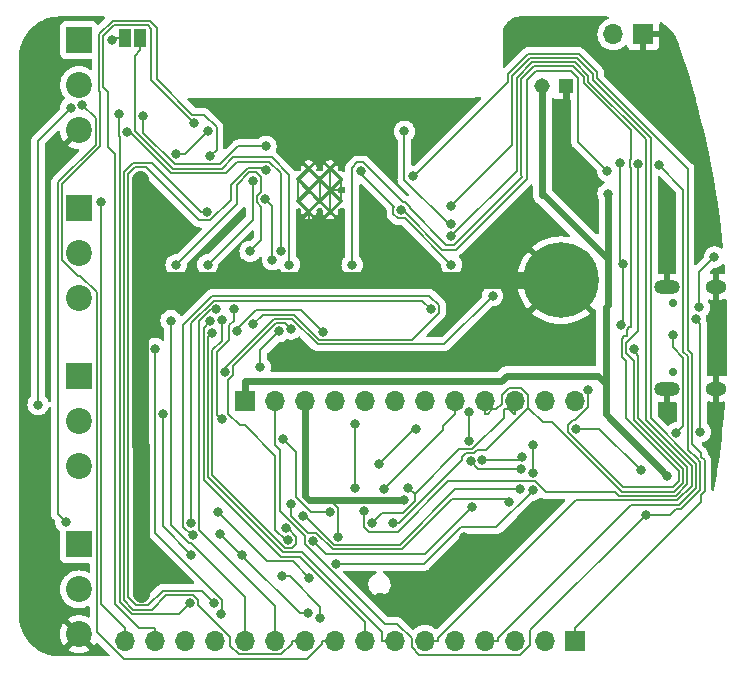
<source format=gbr>
%TF.GenerationSoftware,KiCad,Pcbnew,(6.0.0-0)*%
%TF.CreationDate,2022-02-02T11:17:39+01:00*%
%TF.ProjectId,GlowCore,476c6f77-436f-4726-952e-6b696361645f,rev?*%
%TF.SameCoordinates,Original*%
%TF.FileFunction,Copper,L2,Bot*%
%TF.FilePolarity,Positive*%
%FSLAX46Y46*%
G04 Gerber Fmt 4.6, Leading zero omitted, Abs format (unit mm)*
G04 Created by KiCad (PCBNEW (6.0.0-0)) date 2022-02-02 11:17:39*
%MOMM*%
%LPD*%
G01*
G04 APERTURE LIST*
%TA.AperFunction,ComponentPad*%
%ADD10R,2.200000X2.200000*%
%TD*%
%TA.AperFunction,ComponentPad*%
%ADD11C,2.200000*%
%TD*%
%TA.AperFunction,ComponentPad*%
%ADD12R,1.700000X1.700000*%
%TD*%
%TA.AperFunction,ComponentPad*%
%ADD13O,1.700000X1.700000*%
%TD*%
%TA.AperFunction,ComponentPad*%
%ADD14C,0.700000*%
%TD*%
%TA.AperFunction,ComponentPad*%
%ADD15O,2.200000X1.200000*%
%TD*%
%TA.AperFunction,ComponentPad*%
%ADD16O,1.800000X1.200000*%
%TD*%
%TA.AperFunction,ComponentPad*%
%ADD17C,6.400000*%
%TD*%
%TA.AperFunction,ComponentPad*%
%ADD18R,1.308000X1.308000*%
%TD*%
%TA.AperFunction,ComponentPad*%
%ADD19C,1.308000*%
%TD*%
%TA.AperFunction,ComponentPad*%
%ADD20C,0.300000*%
%TD*%
%TA.AperFunction,SMDPad,CuDef*%
%ADD21R,1.000000X1.500000*%
%TD*%
%TA.AperFunction,ViaPad*%
%ADD22C,0.800000*%
%TD*%
%TA.AperFunction,Conductor*%
%ADD23C,0.160000*%
%TD*%
%TA.AperFunction,Conductor*%
%ADD24C,1.400000*%
%TD*%
%TA.AperFunction,Conductor*%
%ADD25C,0.600000*%
%TD*%
G04 APERTURE END LIST*
D10*
%TO.P,P1,1,1*%
%TO.N,+5V*%
X126709050Y-126822192D03*
D11*
%TO.P,P1,2,2*%
%TO.N,LED1 DATA OUT*%
X126709050Y-130632200D03*
%TO.P,P1,3,3*%
%TO.N,GND*%
X126709050Y-134442208D03*
%TD*%
D10*
%TO.P,P2,1,1*%
%TO.N,+5V*%
X126709050Y-112588192D03*
D11*
%TO.P,P2,2,2*%
%TO.N,LED2 DATA OUT*%
X126709050Y-116398200D03*
%TO.P,P2,3,3*%
%TO.N,GND*%
X126709050Y-120208208D03*
%TD*%
D10*
%TO.P,P4,1,1*%
%TO.N,+5V*%
X126709050Y-84120192D03*
D11*
%TO.P,P4,2,2*%
%TO.N,LED4 DATA OUT*%
X126709050Y-87930200D03*
%TO.P,P4,3,3*%
%TO.N,GND*%
X126709050Y-91740208D03*
%TD*%
D12*
%TO.P,JP2,1,1*%
%TO.N,IO21*%
X168710000Y-135001000D03*
D13*
%TO.P,JP2,2,2*%
%TO.N,IO17{slash}LED2*%
X166170000Y-135001000D03*
%TO.P,JP2,3,3*%
%TO.N,IO16{slash}LED1*%
X163630000Y-135001000D03*
%TO.P,JP2,4,4*%
%TO.N,IO19{slash}MISO{slash}LED4*%
X161090000Y-135001000D03*
%TO.P,JP2,5,5*%
%TO.N,IO18{slash}MOSI{slash}LED3*%
X158550000Y-135001000D03*
%TO.P,JP2,6,6*%
%TO.N,IO5*%
X156010000Y-135001000D03*
%TO.P,JP2,7,7*%
%TO.N,IO4{slash}A5*%
X153470000Y-135001000D03*
%TO.P,JP2,8,8*%
%TO.N,IO36{slash}A4{slash}SENSOR_VP*%
X150930000Y-135001000D03*
%TO.P,JP2,9,9*%
%TO.N,I39{slash}A3{slash}SENSOR_VN*%
X148390000Y-135001000D03*
%TO.P,JP2,10,10*%
%TO.N,I34{slash}A2*%
X145850000Y-135001000D03*
%TO.P,JP2,11,11*%
%TO.N,IO25{slash}A1{slash}DAC1*%
X143310000Y-135001000D03*
%TO.P,JP2,12,12*%
%TO.N,IO26{slash}A0{slash}DAC2*%
X140770000Y-135001000D03*
%TO.P,JP2,13,13*%
%TO.N,GND*%
X138230000Y-135001000D03*
%TO.P,JP2,14,14*%
%TO.N,unconnected-(JP2-Pad14)*%
X135690000Y-135001000D03*
%TO.P,JP2,15,15*%
%TO.N,+3V3*%
X133150000Y-135001000D03*
%TO.P,JP2,16,16*%
%TO.N,RESET*%
X130610000Y-135001000D03*
%TD*%
D10*
%TO.P,P3,1,1*%
%TO.N,+5V*%
X126709050Y-98354192D03*
D11*
%TO.P,P3,2,2*%
%TO.N,LED3 DATA OUT*%
X126709050Y-102164200D03*
%TO.P,P3,3,3*%
%TO.N,GND*%
X126709050Y-105974208D03*
%TD*%
D12*
%TO.P,J5,1,Pin_1*%
%TO.N,GND*%
X174498000Y-83642200D03*
D13*
%TO.P,J5,2,Pin_2*%
%TO.N,+BATT*%
X171958000Y-83642200D03*
%TD*%
D14*
%TO.P,USB1,*%
%TO.N,*%
X176997700Y-112211600D03*
X176997700Y-106431600D03*
D15*
%TO.P,USB1,SHELL,SHELL*%
%TO.N,GND*%
X176497700Y-113641600D03*
X176497700Y-105001600D03*
D16*
X180677700Y-105001600D03*
X180677700Y-113641600D03*
%TD*%
D17*
%TO.P,H2,1,1*%
%TO.N,GND*%
X167513000Y-104470200D03*
%TD*%
D18*
%TO.P,JST_lipo1,1,1*%
%TO.N,GND*%
X167928800Y-87988300D03*
D19*
%TO.P,JST_lipo1,2,2*%
%TO.N,+BATT*%
X165928800Y-87988300D03*
%TD*%
D12*
%TO.P,JP1,1,1*%
%TO.N,+BATT*%
X140770000Y-114681000D03*
D13*
%TO.P,JP1,2,2*%
%TO.N,POWER_EN*%
X143310000Y-114681000D03*
%TO.P,JP1,3,3*%
%TO.N,+5V*%
X145850000Y-114681000D03*
%TO.P,JP1,4,4*%
%TO.N,IO13*%
X148390000Y-114681000D03*
%TO.P,JP1,5,5*%
%TO.N,IO12*%
X150930000Y-114681000D03*
%TO.P,JP1,6,6*%
%TO.N,IO27*%
X153470000Y-114681000D03*
%TO.P,JP1,7,7*%
%TO.N,IO33*%
X156010000Y-114681000D03*
%TO.P,JP1,8,8*%
%TO.N,IO15{slash}WS*%
X158550000Y-114681000D03*
%TO.P,JP1,9,9*%
%TO.N,IO32{slash}SD*%
X161090000Y-114681000D03*
%TO.P,JP1,10,10*%
%TO.N,IO14{slash}SCK*%
X163630000Y-114681000D03*
%TO.P,JP1,11,11*%
%TO.N,IO22*%
X166170000Y-114681000D03*
%TO.P,JP1,12,12*%
%TO.N,IO23*%
X168710000Y-114681000D03*
%TD*%
D20*
%TO.P,U2,39_10,GND*%
%TO.N,GND*%
X146164500Y-94978800D03*
%TO.P,U2,39_11,GND*%
X147999500Y-94978800D03*
%TO.P,U2,39_12,GND*%
X145247000Y-95896300D03*
%TO.P,U2,39_13,GND*%
X147082000Y-95896300D03*
%TO.P,U2,39_14,GND*%
X148917000Y-95896300D03*
%TO.P,U2,39_15,GND*%
X146164500Y-96813800D03*
%TO.P,U2,39_16,GND*%
X147999500Y-96813800D03*
%TO.P,U2,39_17,GND*%
X145247000Y-97731300D03*
%TO.P,U2,39_18,GND*%
X147082000Y-97731300D03*
%TO.P,U2,39_19,GND*%
X148917000Y-97731300D03*
%TO.P,U2,39_20,GND*%
X146164500Y-98648800D03*
%TO.P,U2,39_21,GND*%
X147999500Y-98648800D03*
%TD*%
D21*
%TO.P,Status_LED1,2,B*%
%TO.N,Net-(R19-Pad1)*%
X130617200Y-83972400D03*
%TO.P,Status_LED1,1,A*%
%TO.N,IO13*%
X131917200Y-83972400D03*
%TD*%
D22*
%TO.N,GND*%
X131851000Y-105334000D03*
X168630600Y-97409000D03*
X131928000Y-118541000D03*
X159330600Y-126199300D03*
X132029000Y-131089000D03*
X154515900Y-131292800D03*
X131851000Y-95885000D03*
%TO.N,+3V3*%
X136481300Y-91113100D03*
%TO.N,+BATT*%
X176479000Y-121006000D03*
X171513000Y-97121200D03*
%TO.N,IO15{slash}WS*%
X152540300Y-122142500D03*
X169840400Y-113758800D03*
X149840800Y-103152800D03*
%TO.N,IO32{slash}SD*%
X171448000Y-95224200D03*
X174070300Y-94583500D03*
X143081100Y-102719900D03*
X154018200Y-98552500D03*
X153311600Y-125037200D03*
X142460000Y-97597400D03*
%TO.N,IO19{slash}MISO{slash}LED4*%
X158188400Y-98203800D03*
%TO.N,IO14{slash}SCK*%
X144205100Y-125463300D03*
X160010800Y-123632300D03*
X138821800Y-107869100D03*
X146500100Y-126520100D03*
X154596900Y-122021200D03*
X151550300Y-125044900D03*
%TO.N,IO22*%
X154261700Y-91853800D03*
X158228300Y-99721000D03*
%TO.N,IO33*%
X158249800Y-103141100D03*
X150547900Y-95204200D03*
%TO.N,IO18{slash}MOSI{slash}LED3*%
X138161700Y-131801300D03*
X142511700Y-95105600D03*
%TO.N,IO27*%
X164094400Y-120429800D03*
X159722600Y-118083300D03*
X141420700Y-108198900D03*
X138510100Y-124082300D03*
X165111500Y-122227600D03*
X159722600Y-115641600D03*
X136336500Y-126057300D03*
X148471100Y-128471900D03*
X159863200Y-119804300D03*
X146219100Y-129658100D03*
%TO.N,IO12*%
X139814900Y-106897200D03*
X138784400Y-116239900D03*
%TO.N,IO13*%
X142060600Y-111825800D03*
X143665700Y-108801200D03*
X144516600Y-103145100D03*
%TO.N,IO5*%
X158193400Y-100743800D03*
%TO.N,IO0*%
X156504200Y-106895300D03*
X144661800Y-123402000D03*
X136198800Y-125027500D03*
X163125100Y-123269200D03*
%TO.N,IO4{slash}A5*%
X137996400Y-108942300D03*
X147342100Y-108832500D03*
X140106400Y-108754000D03*
%TO.N,RXD0*%
X143981700Y-117930200D03*
X147956900Y-124084000D03*
X139070700Y-112234400D03*
X161735600Y-105777000D03*
%TO.N,Net-(R9-Pad2)*%
X138714000Y-132714800D03*
X133153500Y-110250000D03*
%TO.N,Net-(R8-Pad2)*%
X136075300Y-131826000D03*
X130129900Y-90424100D03*
%TO.N,RESET*%
X128579600Y-97878800D03*
X134929500Y-93782900D03*
X137651400Y-91853800D03*
%TO.N,IO36{slash}A4{slash}SENSOR_VP*%
X137602400Y-103157900D03*
X137821400Y-107941900D03*
X141412700Y-96028700D03*
%TO.N,TXD0*%
X142536500Y-93123800D03*
X127008600Y-89646700D03*
X125605900Y-124939500D03*
X132164400Y-90587800D03*
%TO.N,IO21*%
X154965200Y-95663800D03*
%TO.N,I39{slash}A3{slash}SENSOR_VN*%
X137837900Y-93968500D03*
%TO.N,IO16{slash}LED1*%
X147119700Y-133067700D03*
X143891000Y-129520900D03*
X144666100Y-108590300D03*
X144434800Y-126463600D03*
%TO.N,IO17{slash}LED2*%
X146108300Y-132678300D03*
X140512800Y-127762000D03*
X126004500Y-89886700D03*
X138626200Y-125918200D03*
X123248000Y-114991300D03*
X133829500Y-115824000D03*
X143795100Y-102013800D03*
X130814400Y-91952900D03*
X136220400Y-127694600D03*
%TO.N,IO25{slash}A1{slash}DAC1*%
X138355100Y-106898700D03*
%TO.N,+5V*%
X154257000Y-123088000D03*
X148643700Y-126189300D03*
%TO.N,RTS*%
X165172800Y-118407400D03*
X164084700Y-122171100D03*
X165172800Y-120800900D03*
X145684100Y-124419700D03*
%TO.N,DTR*%
X150071900Y-116639000D03*
X164182200Y-119421700D03*
X150071900Y-122027400D03*
X160865400Y-119721300D03*
%TO.N,IO26{slash}A0{slash}DAC2*%
X141193200Y-102013800D03*
X134509800Y-107874800D03*
X134934800Y-103157100D03*
%TO.N,USB-C CC1*%
X179238800Y-106766600D03*
X180508800Y-102494800D03*
%TO.N,USB-C 5V*%
X172605900Y-108213100D03*
X172507500Y-94533900D03*
X172778400Y-103086500D03*
%TO.N,USB-C CC2*%
X179321300Y-117293800D03*
X178928800Y-107784500D03*
%TO.N,I34{slash}A2*%
X137541800Y-98679900D03*
%TO.N,USB-C DATA+*%
X173710900Y-110313600D03*
X150859300Y-123994600D03*
%TO.N,USB-C DATA-*%
X168827700Y-117018800D03*
X174293700Y-120540900D03*
X177298000Y-117389100D03*
X155211800Y-117020100D03*
X152114800Y-120020900D03*
X177012000Y-109071600D03*
%TO.N,POWER_EN*%
X175813900Y-94719000D03*
X174699200Y-124299900D03*
%TO.N,Net-(R19-Pad1)*%
X129503100Y-84134600D03*
%TD*%
D23*
%TO.N,IO16{slash}LED1*%
X144548500Y-129520900D02*
X147119700Y-132092100D01*
X143891000Y-129520900D02*
X144548500Y-129520900D01*
X147119700Y-132092100D02*
X147119700Y-133067700D01*
%TO.N,GND*%
X131851000Y-118426500D02*
X131851000Y-118389000D01*
D24*
X131928000Y-118466000D02*
X131928000Y-118503500D01*
D23*
X148917000Y-97731300D02*
X148917000Y-96813800D01*
D25*
X167929000Y-96707400D02*
X167929000Y-92693900D01*
D24*
X131928000Y-118503500D02*
X131928000Y-118541000D01*
D23*
X154515900Y-131292800D02*
X159330600Y-126478100D01*
X167929000Y-92693900D02*
X167928800Y-92693700D01*
D25*
X167929000Y-87988300D02*
X167929000Y-92693900D01*
D23*
X132029000Y-124865500D02*
X132029000Y-131089000D01*
X167512800Y-104470000D02*
X167513000Y-104470200D01*
X147999500Y-96813800D02*
X147999500Y-94978800D01*
X159330600Y-126478100D02*
X159330600Y-126199300D01*
D24*
X167513000Y-104470000D02*
X167512800Y-104470000D01*
X146166000Y-104470000D02*
X147295000Y-104470000D01*
D23*
X132715000Y-102890800D02*
X132715000Y-104470000D01*
D24*
X131928000Y-118541000D02*
X131928000Y-124764500D01*
D23*
X148917000Y-96813800D02*
X148917000Y-95896300D01*
X131851000Y-102026800D02*
X132715000Y-102890800D01*
X147082000Y-95896300D02*
X147082000Y-97731300D01*
X148917000Y-96813800D02*
X147999500Y-96813800D01*
X167928800Y-92693700D02*
X167928800Y-87988300D01*
D24*
X131851000Y-105334000D02*
X131851000Y-118389000D01*
X147295000Y-104470000D02*
X146166000Y-104470000D01*
X146166000Y-104470000D02*
X132715000Y-104470000D01*
D23*
X131928000Y-124764500D02*
X132029000Y-124865500D01*
D25*
X168630600Y-97409000D02*
X167929000Y-96707400D01*
D24*
X131851000Y-102026800D02*
X131851000Y-95885000D01*
D23*
X146166000Y-98650300D02*
X146164500Y-98648800D01*
X131928000Y-118503500D02*
X131851000Y-118426500D01*
D24*
X131851000Y-105334000D02*
X131851000Y-102026800D01*
D23*
X145247000Y-95896300D02*
X145247000Y-97731300D01*
D24*
X131928000Y-124764500D02*
X131928000Y-130988000D01*
D23*
X146166000Y-104470000D02*
X146166000Y-98650300D01*
D24*
X167512800Y-104470000D02*
X147295000Y-104470000D01*
D23*
X147999500Y-98648800D02*
X147999500Y-96813800D01*
%TO.N,+3V3*%
X128787300Y-88138300D02*
X128787300Y-83814200D01*
X133150000Y-135001000D02*
X133150000Y-133870700D01*
X129140500Y-88491500D02*
X128787300Y-88138300D01*
X128787300Y-83814200D02*
X129714300Y-82887200D01*
X129714300Y-82887200D02*
X132554500Y-82887200D01*
X132848300Y-83181000D02*
X132848300Y-87480100D01*
X129784300Y-93805600D02*
X129140500Y-93161800D01*
X129140500Y-93161800D02*
X129140500Y-88491500D01*
X133150000Y-133870700D02*
X131814700Y-133870700D01*
X129784300Y-131840300D02*
X129784300Y-93805600D01*
X131814700Y-133870700D02*
X129784300Y-131840300D01*
X132848300Y-87480100D02*
X136481300Y-91113100D01*
X132554500Y-82887200D02*
X132848300Y-83181000D01*
D25*
%TO.N,+BATT*%
X165928800Y-92163100D02*
X165928800Y-87988300D01*
X171298000Y-113214700D02*
X170628600Y-112545300D01*
X165929000Y-97114800D02*
X165929000Y-97229800D01*
X165929000Y-96453200D02*
X165929000Y-97114800D01*
X165929000Y-87988300D02*
X165929000Y-92163300D01*
X171298000Y-113214700D02*
X171298000Y-106756000D01*
X171513000Y-102698000D02*
X171513000Y-97121200D01*
X171298000Y-115824000D02*
X171298000Y-113214700D01*
X171298000Y-106756000D02*
X171513000Y-106541000D01*
X170628600Y-112545300D02*
X162922300Y-112545300D01*
X162436900Y-113030700D02*
X140770000Y-113030700D01*
X165929000Y-92163300D02*
X165928800Y-92163100D01*
X176479000Y-121006000D02*
X171298000Y-115824000D01*
X171513000Y-106541000D02*
X171513000Y-102698000D01*
X171513000Y-102698000D02*
X165929000Y-97114800D01*
X140770000Y-114681000D02*
X140770000Y-113030700D01*
X165929000Y-92163300D02*
X165929000Y-96453200D01*
X162922300Y-112545300D02*
X162436900Y-113030700D01*
D23*
%TO.N,IO15{slash}WS*%
X177511200Y-120602800D02*
X177511200Y-121452500D01*
X157548800Y-117134100D02*
X157548800Y-116812500D01*
X150794700Y-94484400D02*
X154182500Y-97872200D01*
X168147300Y-117349400D02*
X168147300Y-116699000D01*
X158452800Y-101462500D02*
X164223400Y-95691900D01*
X169479800Y-87283500D02*
X169479800Y-87793000D01*
X173106200Y-108675000D02*
X173106200Y-109122900D01*
X154698500Y-98270700D02*
X154698500Y-98388200D01*
X176977300Y-121986400D02*
X172784300Y-121986400D01*
X177511200Y-121452500D02*
X176977300Y-121986400D01*
X172784300Y-121986400D02*
X168147300Y-117349400D01*
X173106200Y-109122900D02*
X173137000Y-109153700D01*
X165219300Y-86362400D02*
X168558700Y-86362400D01*
X173390000Y-94865200D02*
X173466500Y-94941700D01*
X149840800Y-103152800D02*
X149840800Y-94931100D01*
X150287500Y-94484400D02*
X150794700Y-94484400D01*
X173466500Y-94225300D02*
X173390000Y-94301800D01*
X164117800Y-87463900D02*
X165219300Y-86362400D01*
X173466500Y-94941700D02*
X173466500Y-108463900D01*
X154182500Y-97872200D02*
X154300000Y-97872200D01*
X158550000Y-114681000D02*
X158550000Y-115811300D01*
X172670200Y-110963100D02*
X173030500Y-111323400D01*
X169840400Y-115228300D02*
X169840400Y-113758800D01*
X168558700Y-86362400D02*
X169479800Y-87283500D01*
X154300000Y-97872200D02*
X154698500Y-98270700D01*
X169479800Y-87793000D02*
X173466500Y-91779700D01*
X168507900Y-116338400D02*
X168730300Y-116338400D01*
X172670200Y-109424800D02*
X172670200Y-110963100D01*
X173317300Y-108463900D02*
X173106200Y-108675000D01*
X173390000Y-94301800D02*
X173390000Y-94865200D01*
X168730300Y-116338400D02*
X169840400Y-115228300D01*
X173030500Y-116122100D02*
X177511200Y-120602800D01*
X157548800Y-116812500D02*
X158550000Y-115811300D01*
X164117800Y-95586400D02*
X164117800Y-87463900D01*
X172881300Y-109213700D02*
X172670200Y-109424800D01*
X173137000Y-109153700D02*
X173077000Y-109213700D01*
X173466500Y-91779700D02*
X173466500Y-94225300D01*
X168147300Y-116699000D02*
X168507900Y-116338400D01*
X152540300Y-122142500D02*
X157548700Y-117134100D01*
X154698500Y-98388200D02*
X157772800Y-101462500D01*
X173030500Y-111323400D02*
X173030500Y-116122100D01*
X149840800Y-94931100D02*
X150287500Y-94484400D01*
X157772800Y-101462500D02*
X158452800Y-101462500D01*
X164223400Y-95691900D02*
X164117800Y-95586400D01*
X173466500Y-108463900D02*
X173317300Y-108463900D01*
X173077000Y-109213700D02*
X172881300Y-109213700D01*
X157548700Y-117134100D02*
X157548800Y-117134100D01*
%TO.N,IO32{slash}SD*%
X162026200Y-115386300D02*
X161708900Y-115386300D01*
X177871600Y-120453500D02*
X177871600Y-121601800D01*
X164605400Y-95855500D02*
X164605400Y-87485800D01*
X159483400Y-119123900D02*
X160153600Y-119123900D01*
X165992000Y-116490900D02*
X164760300Y-115259200D01*
X172676600Y-122388400D02*
X166779100Y-116490900D01*
X165368500Y-86722700D02*
X168409500Y-86722700D01*
X168992000Y-87305200D02*
X168992000Y-92768200D01*
X154018200Y-98552500D02*
X154170900Y-98552500D01*
X174070300Y-94583500D02*
X174070300Y-108730000D01*
X173030500Y-109769800D02*
X173030500Y-110653700D01*
X164760300Y-115259200D02*
X164760300Y-114212800D01*
X161708900Y-115386300D02*
X161310300Y-115784900D01*
X161284000Y-115811300D02*
X161090000Y-115811300D01*
X142460000Y-97597400D02*
X143081100Y-98218500D01*
X153311600Y-125037200D02*
X153828100Y-125037200D01*
X173710900Y-116292800D02*
X177871600Y-120453500D01*
X160402300Y-118875200D02*
X161144300Y-118875200D01*
X168409500Y-86722700D02*
X168992000Y-87305200D01*
X164760300Y-114212800D02*
X164098200Y-113550700D01*
X173030500Y-110653700D02*
X173710900Y-111334100D01*
X159182900Y-119424400D02*
X159483400Y-119123900D01*
X161310300Y-115785000D02*
X161284000Y-115811300D01*
X174070300Y-108730000D02*
X173030500Y-109769800D01*
X162499700Y-114912800D02*
X162026200Y-115386300D01*
X177871600Y-121601800D02*
X177085000Y-122388400D01*
X161310300Y-115784900D02*
X161310300Y-115785000D01*
X161144300Y-118875200D02*
X164760300Y-115259200D01*
X162499700Y-114212800D02*
X162499700Y-114912800D01*
X164605400Y-87485800D02*
X165368500Y-86722700D01*
X160153600Y-119123900D02*
X160402300Y-118875200D01*
X177085000Y-122388400D02*
X172676600Y-122388400D01*
X166779100Y-116490900D02*
X165992000Y-116490900D01*
X153828100Y-125037200D02*
X159182900Y-119682400D01*
X161090000Y-114681000D02*
X161090000Y-115811300D01*
X143081100Y-98218500D02*
X143081100Y-102719900D01*
X164098200Y-113550700D02*
X163161800Y-113550700D01*
X168992000Y-92768200D02*
X171448000Y-95224200D01*
X163161800Y-113550700D02*
X162499700Y-114212800D01*
X173710900Y-111334100D02*
X173710900Y-116292800D01*
X154170900Y-98552500D02*
X157480200Y-101861800D01*
X159182900Y-119682400D02*
X159182900Y-119424400D01*
X158599100Y-101861800D02*
X164605400Y-95855500D01*
X157480200Y-101861800D02*
X158599100Y-101861800D01*
%TO.N,IO19{slash}MISO{slash}LED4*%
X163397200Y-92995000D02*
X158188400Y-98203800D01*
X168857100Y-85641800D02*
X164920900Y-85641800D01*
X162220300Y-134718400D02*
X173469400Y-123469300D01*
X177532600Y-123469300D02*
X178952500Y-122049400D01*
X178621500Y-119674800D02*
X175113700Y-116167000D01*
X178621500Y-119674900D02*
X178621500Y-119674800D01*
X173469400Y-123469300D02*
X177532600Y-123469300D01*
X175113700Y-116167000D02*
X175113700Y-92407900D01*
X175113700Y-92407900D02*
X170200400Y-87494600D01*
X178952500Y-120005900D02*
X178621500Y-119674900D01*
X164920900Y-85641800D02*
X163397200Y-87165500D01*
X162220300Y-135001000D02*
X162220300Y-134718400D01*
X163397200Y-87165500D02*
X163397200Y-92995000D01*
X161090000Y-135001000D02*
X162220300Y-135001000D01*
X178952500Y-122049400D02*
X178952500Y-120005900D01*
X170200400Y-86985100D02*
X168857100Y-85641800D01*
X170200400Y-87494600D02*
X170200400Y-86985100D01*
%TO.N,IO14{slash}SCK*%
X163504800Y-115777800D02*
X163538300Y-115811300D01*
X160004400Y-118763600D02*
X162670900Y-116097100D01*
X155120700Y-122545000D02*
X154596900Y-122021200D01*
X162730300Y-115379200D02*
X163106300Y-115379200D01*
X152399500Y-124195700D02*
X154120500Y-124195700D01*
X147619000Y-127639000D02*
X146500100Y-126520100D01*
X138821800Y-109577200D02*
X138821800Y-107869100D01*
X144205100Y-125463300D02*
X144396600Y-125463300D01*
X160010800Y-123632300D02*
X156004100Y-127639000D01*
X144158600Y-127149700D02*
X137996500Y-120987600D01*
X145115100Y-126181800D02*
X145115100Y-126773400D01*
X156004100Y-127639000D02*
X147619000Y-127639000D01*
X137996500Y-120987600D02*
X137996500Y-110402500D01*
X162670900Y-115438600D02*
X162730300Y-115379200D01*
X158902100Y-118763600D02*
X160004400Y-118763600D01*
X163630000Y-114681000D02*
X163630000Y-115811300D01*
X144396600Y-125463300D02*
X145115100Y-126181800D01*
X155120700Y-123195500D02*
X155120700Y-122545000D01*
X144738800Y-127149700D02*
X144158600Y-127149700D01*
X162670900Y-116097100D02*
X162670900Y-115438600D01*
X137996500Y-110402500D02*
X138821800Y-109577200D01*
X145115100Y-126773400D02*
X144738800Y-127149700D01*
X154120500Y-124195700D02*
X155120700Y-123195500D01*
X163106300Y-115379200D02*
X163504800Y-115777700D01*
X163504800Y-115777700D02*
X163504800Y-115777800D01*
X151550300Y-125044900D02*
X152399500Y-124195700D01*
X155120700Y-122545000D02*
X158902100Y-118763600D01*
X163538300Y-115811300D02*
X163630000Y-115811300D01*
%TO.N,IO22*%
X158228300Y-99721000D02*
X158035800Y-99721000D01*
X158035800Y-99721000D02*
X154261700Y-95946900D01*
X154261700Y-95946900D02*
X154261700Y-91853800D01*
%TO.N,IO33*%
X150547900Y-95204200D02*
X150547900Y-95439200D01*
X153337900Y-98270800D02*
X153337900Y-98834200D01*
X154320800Y-99212000D02*
X158249800Y-103141100D01*
X154300000Y-99232800D02*
X154320800Y-99212000D01*
X153736500Y-99232800D02*
X154300000Y-99232800D01*
X150547900Y-95439200D02*
X153358700Y-98250000D01*
X153358700Y-98250000D02*
X153337900Y-98270800D01*
X153337900Y-98834200D02*
X153736500Y-99232800D01*
%TO.N,IO18{slash}MOSI{slash}LED3*%
X139572000Y-96390500D02*
X140994600Y-94967900D01*
X130865200Y-95469500D02*
X131436700Y-94898000D01*
X131436700Y-94898000D02*
X132358800Y-94898000D01*
X137111900Y-130751500D02*
X133793500Y-130751500D01*
X139572000Y-97660100D02*
X139572000Y-96390500D01*
X133793500Y-130751500D02*
X132548000Y-131997000D01*
X140994600Y-94967900D02*
X142374000Y-94967900D01*
X130865200Y-131314000D02*
X130865200Y-95469500D01*
X132548000Y-131997000D02*
X131548200Y-131997000D01*
X137827500Y-99404600D02*
X139572000Y-97660100D01*
X138161700Y-131801300D02*
X137111900Y-130751500D01*
X131548200Y-131997000D02*
X130865200Y-131314000D01*
X136865400Y-99404600D02*
X137827500Y-99404600D01*
X142374000Y-94967900D02*
X142511700Y-95105600D01*
X132358800Y-94898000D02*
X136865400Y-99404600D01*
%TO.N,IO27*%
X144914900Y-107367300D02*
X147060400Y-109512800D01*
X159035900Y-125371300D02*
X155935300Y-128471900D01*
X155935300Y-128471900D02*
X148471100Y-128471900D01*
X165111500Y-122311800D02*
X162052000Y-125371300D01*
X159722600Y-118083300D02*
X159722600Y-115641600D01*
X162052000Y-125371300D02*
X159035900Y-125371300D01*
X137972200Y-105781700D02*
X135518400Y-108235500D01*
X136259700Y-126057300D02*
X136336500Y-126057300D01*
X160488700Y-120429800D02*
X164094400Y-120429800D01*
X156376400Y-105781700D02*
X137972200Y-105781700D01*
X157184600Y-107215100D02*
X157184600Y-106589900D01*
X165111500Y-122227600D02*
X165111500Y-122311800D01*
X142658400Y-128230600D02*
X144791600Y-128230600D01*
X144791600Y-128230600D02*
X146219100Y-129658100D01*
X142252300Y-107367300D02*
X144914900Y-107367300D01*
X157184600Y-106589900D02*
X156376400Y-105781700D01*
X135518400Y-108235500D02*
X135518400Y-125316000D01*
X138510100Y-124082300D02*
X142658400Y-128230600D01*
X154886900Y-109512800D02*
X157184600Y-107215100D01*
X147060400Y-109512800D02*
X154886900Y-109512800D01*
X159863200Y-119804300D02*
X160488700Y-120429800D01*
X141420700Y-108198900D02*
X142252300Y-107367300D01*
X135518400Y-125316000D02*
X136259700Y-126057300D01*
%TO.N,IO12*%
X138390400Y-115845900D02*
X138390400Y-110552000D01*
X139426000Y-109516400D02*
X139426000Y-108286500D01*
X138390400Y-110552000D02*
X139426000Y-109516400D01*
X138784400Y-116239900D02*
X138390400Y-115845900D01*
X139814900Y-107897600D02*
X139814900Y-106897200D01*
X139426000Y-108286500D02*
X139814900Y-107897600D01*
%TO.N,IO13*%
X143019400Y-94065000D02*
X139776000Y-94065000D01*
X144516600Y-95562200D02*
X143019400Y-94065000D01*
X131484100Y-85435800D02*
X131917200Y-85002700D01*
X139776000Y-94065000D02*
X138820200Y-95020800D01*
X131917200Y-83972400D02*
X131917200Y-85002700D01*
X142060600Y-111825800D02*
X142060600Y-110406300D01*
X142060600Y-110406300D02*
X143665700Y-108801200D01*
X131494700Y-91671100D02*
X131484100Y-91660500D01*
X134649800Y-95020800D02*
X131494700Y-91865700D01*
X131494700Y-91865700D02*
X131494700Y-91671100D01*
X131484100Y-91660500D02*
X131484100Y-85435800D01*
X138820200Y-95020800D02*
X134649800Y-95020800D01*
X144516600Y-103145100D02*
X144516600Y-95562200D01*
%TO.N,IO5*%
X168707900Y-86002100D02*
X165070100Y-86002100D01*
X163757500Y-95179700D02*
X158193400Y-100743800D01*
X163757500Y-87314700D02*
X163757500Y-95179700D01*
X174750600Y-94865300D02*
X174750600Y-94301700D01*
X174705000Y-116267900D02*
X174705000Y-94910900D01*
X172305600Y-123109000D02*
X177383400Y-123109000D01*
X157140300Y-135001000D02*
X157140300Y-134718400D01*
X177383400Y-123109000D02*
X178592200Y-121900200D01*
X174705000Y-94910900D02*
X174750600Y-94865300D01*
X174705000Y-94256100D02*
X174705000Y-92508700D01*
X178592200Y-121900200D02*
X178592200Y-120155100D01*
X174750600Y-94301700D02*
X174705000Y-94256100D01*
X169840100Y-87134300D02*
X168707900Y-86002100D01*
X172303500Y-123106900D02*
X172305600Y-123109000D01*
X174705000Y-92508700D02*
X169840100Y-87643800D01*
X157140300Y-134718400D02*
X168751800Y-123106900D01*
X169840100Y-87643800D02*
X169840100Y-87134300D01*
X156010000Y-135001000D02*
X157140300Y-135001000D01*
X168751800Y-123106900D02*
X172303500Y-123106900D01*
X165070100Y-86002100D02*
X163757500Y-87314700D01*
X178592200Y-120155100D02*
X174705000Y-116267900D01*
%TO.N,IO0*%
X146781900Y-125839800D02*
X146094700Y-125839800D01*
X154019900Y-127242200D02*
X148184300Y-127242200D01*
X163125100Y-123269200D02*
X162807900Y-122952000D01*
X158310100Y-122952000D02*
X154019900Y-127242200D01*
X155794500Y-106185600D02*
X156504200Y-106895300D01*
X148184300Y-127242200D02*
X146781900Y-125839800D01*
X136198800Y-108092700D02*
X138105900Y-106185600D01*
X138105900Y-106185600D02*
X155794500Y-106185600D01*
X162807900Y-122952000D02*
X158310100Y-122952000D01*
X146094700Y-125839800D02*
X144661800Y-124406900D01*
X136198800Y-125027500D02*
X136198800Y-108092700D01*
X144661800Y-124406900D02*
X144661800Y-123402000D01*
%TO.N,IO4{slash}A5*%
X140106400Y-108551200D02*
X140106400Y-108754000D01*
X141660700Y-106996900D02*
X140106400Y-108551200D01*
X145506500Y-106996900D02*
X141660700Y-106996900D01*
X153470000Y-135001000D02*
X152339700Y-135001000D01*
X144009400Y-127510000D02*
X137636100Y-121136700D01*
X145588400Y-127510000D02*
X144009400Y-127510000D01*
X152339700Y-135001000D02*
X152339700Y-134261300D01*
X152339700Y-134261300D02*
X145588400Y-127510000D01*
X147342100Y-108832500D02*
X145506500Y-106996900D01*
X137636100Y-109302600D02*
X137996400Y-108942300D01*
X137636100Y-121136700D02*
X137636100Y-109302600D01*
%TO.N,RXD0*%
X146911200Y-109873100D02*
X157639500Y-109873100D01*
X139070700Y-112234400D02*
X139070700Y-111924700D01*
X143260800Y-107734600D02*
X144772700Y-107734600D01*
X145094800Y-119043300D02*
X143981700Y-117930200D01*
X145094800Y-122836200D02*
X145094800Y-119043300D01*
X146342600Y-124084000D02*
X145094800Y-122836200D01*
X147956900Y-124084000D02*
X146342600Y-124084000D01*
X139070700Y-111924700D02*
X143260800Y-107734600D01*
X157639500Y-109873100D02*
X161735600Y-105777000D01*
X144772700Y-107734600D02*
X146911200Y-109873100D01*
%TO.N,Net-(R9-Pad2)*%
X138842000Y-131519500D02*
X138842000Y-132586800D01*
X138842000Y-132586800D02*
X138714000Y-132714800D01*
X133149200Y-125826700D02*
X138842000Y-131519500D01*
X133153500Y-110250000D02*
X133149200Y-110254300D01*
X133149200Y-110254300D02*
X133149200Y-125826700D01*
%TO.N,Net-(R8-Pad2)*%
X135183700Y-132717600D02*
X131171100Y-132717600D01*
X131171100Y-132717600D02*
X130144600Y-131691100D01*
X130144600Y-92245100D02*
X130129900Y-92230400D01*
X130129900Y-92230400D02*
X130129900Y-90424100D01*
X130144600Y-131691100D02*
X130144600Y-92245100D01*
X136075300Y-131826000D02*
X135183700Y-132717600D01*
%TO.N,RESET*%
X130610000Y-133870700D02*
X128579600Y-131840300D01*
X134929500Y-93782900D02*
X135722300Y-93782900D01*
X130610000Y-135001000D02*
X130610000Y-133870700D01*
X128579600Y-131840300D02*
X128579600Y-97878800D01*
X135722300Y-93782900D02*
X137651400Y-91853800D01*
%TO.N,IO36{slash}A4{slash}SENSOR_VP*%
X137275800Y-108487500D02*
X137821400Y-107941900D01*
X137275800Y-121349600D02*
X137275800Y-108487500D01*
X150930000Y-135001000D02*
X150930000Y-133870700D01*
X145439200Y-127870300D02*
X143796500Y-127870300D01*
X143796500Y-127870300D02*
X137275800Y-121349600D01*
X141412700Y-99347600D02*
X137602400Y-103157900D01*
X141412700Y-96028700D02*
X141412700Y-99347600D01*
X150930000Y-133361100D02*
X145439200Y-127870300D01*
X150930000Y-133870700D02*
X150930000Y-133361100D01*
%TO.N,TXD0*%
X132164400Y-90587800D02*
X132164400Y-92000400D01*
X128112100Y-90750200D02*
X127008600Y-89646700D01*
X125605900Y-124939500D02*
X124933800Y-124267400D01*
X124933800Y-96152600D02*
X128112100Y-92974300D01*
X124933800Y-124267400D02*
X124933800Y-96152600D01*
X134824500Y-94660500D02*
X138663100Y-94660500D01*
X128112100Y-92974300D02*
X128112100Y-90750200D01*
X140199800Y-93123800D02*
X142536500Y-93123800D01*
X132164400Y-92000400D02*
X134824500Y-94660500D01*
X138663100Y-94660500D02*
X140199800Y-93123800D01*
%TO.N,IO21*%
X168710000Y-133870700D02*
X179356500Y-123224200D01*
X168710000Y-135001000D02*
X168710000Y-133870700D01*
X155056100Y-95663800D02*
X154965200Y-95663800D01*
X170560700Y-87345400D02*
X170560700Y-86835900D01*
X179356500Y-119104800D02*
X178612000Y-118360300D01*
X178612000Y-110733400D02*
X178238300Y-110359700D01*
X179673100Y-122347800D02*
X179673100Y-119707500D01*
X169006300Y-85281500D02*
X164771700Y-85281500D01*
X178238300Y-110359700D02*
X178238300Y-95023000D01*
X178238300Y-95023000D02*
X170560700Y-87345400D01*
X179356500Y-122664400D02*
X179673100Y-122347800D01*
X179673100Y-119707500D02*
X179356500Y-119390900D01*
X163036900Y-87016300D02*
X163036900Y-87683000D01*
X163036900Y-87683000D02*
X155056100Y-95663800D01*
X179356500Y-123224200D02*
X179356500Y-122664400D01*
X178612000Y-118360300D02*
X178612000Y-110733400D01*
X164771700Y-85281500D02*
X163036900Y-87016300D01*
X179356500Y-119390900D02*
X179356500Y-119104800D01*
X170560700Y-86835900D02*
X169006300Y-85281500D01*
%TO.N,I39{slash}A3{slash}SENSOR_VN*%
X133302600Y-83103900D02*
X133302600Y-87420900D01*
X126823100Y-104069200D02*
X126642100Y-104069200D01*
X126642100Y-104069200D02*
X125304500Y-102731600D01*
X128419900Y-88429600D02*
X128419900Y-83653000D01*
X128494500Y-93101400D02*
X128494500Y-88504200D01*
X128494500Y-88504200D02*
X128419900Y-88429600D01*
X128219300Y-105465400D02*
X126823100Y-104069200D01*
X138356700Y-91531600D02*
X138356700Y-93449700D01*
X128419900Y-83653000D02*
X129582000Y-82490900D01*
X132689600Y-82490900D02*
X133302600Y-83103900D01*
X147259700Y-135001000D02*
X147259700Y-135283600D01*
X137257800Y-90432700D02*
X138356700Y-91531600D01*
X147259700Y-135283600D02*
X146016700Y-136526600D01*
X133302600Y-87420900D02*
X136314400Y-90432700D01*
X146016700Y-136526600D02*
X130513500Y-136526600D01*
X125304500Y-102731600D02*
X125304500Y-96291400D01*
X148390000Y-135001000D02*
X147259700Y-135001000D01*
X136314400Y-90432700D02*
X137257800Y-90432700D01*
X125304500Y-96291400D02*
X128494500Y-93101400D01*
X129582000Y-82490900D02*
X132689600Y-82490900D01*
X128219300Y-134232400D02*
X128219300Y-105465400D01*
X130513500Y-136526600D02*
X128219300Y-134232400D01*
X138356700Y-93449700D02*
X137837900Y-93968500D01*
%TO.N,IO16{slash}LED1*%
X143315700Y-125570900D02*
X143315700Y-119329600D01*
X144196700Y-108120900D02*
X144666100Y-108590300D01*
X139751000Y-112516200D02*
X139751000Y-111753900D01*
X139751000Y-111753900D02*
X143384000Y-108120900D01*
X143315700Y-119329600D02*
X140726700Y-116740600D01*
X144434800Y-126463600D02*
X144208400Y-126463600D01*
X139333500Y-112933700D02*
X139751000Y-112516200D01*
X139333500Y-115765500D02*
X139333500Y-112933700D01*
X140308600Y-116740600D02*
X139333500Y-115765500D01*
X143384000Y-108120900D02*
X144196700Y-108120900D01*
X144208400Y-126463600D02*
X143315700Y-125570900D01*
X140726700Y-116740600D02*
X140308600Y-116740600D01*
%TO.N,IO17{slash}LED2*%
X140097600Y-94425300D02*
X139138800Y-95384100D01*
X143795100Y-95415400D02*
X142805000Y-94425300D01*
X126004500Y-89886700D02*
X123248000Y-92643200D01*
X142805000Y-94425300D02*
X140097600Y-94425300D01*
X134500700Y-95384100D02*
X131069500Y-91952900D01*
X140512800Y-127804800D02*
X145386300Y-132678300D01*
X138626200Y-125918200D02*
X140470000Y-127762000D01*
X133829500Y-125303700D02*
X136220400Y-127694600D01*
X133829500Y-115824000D02*
X133829500Y-125303700D01*
X143795100Y-102013800D02*
X143795100Y-95415400D01*
X140512800Y-127762000D02*
X140512800Y-127804800D01*
X139138800Y-95384100D02*
X134500700Y-95384100D01*
X131069500Y-91952900D02*
X130814400Y-91952900D01*
X123248000Y-92643200D02*
X123248000Y-114991300D01*
X145386300Y-132678300D02*
X146108300Y-132678300D01*
X140470000Y-127762000D02*
X140512800Y-127762000D01*
%TO.N,IO25{slash}A1{slash}DAC1*%
X137902400Y-106898700D02*
X138355100Y-106898700D01*
X143310000Y-135001000D02*
X143310000Y-133870700D01*
X136881800Y-125640500D02*
X136881800Y-107919300D01*
X143310000Y-132068700D02*
X136881800Y-125640500D01*
X143310000Y-133870700D02*
X143310000Y-132068700D01*
X136881800Y-107919300D02*
X137902400Y-106898700D01*
D25*
%TO.N,+5V*%
X146177000Y-123088000D02*
X145850000Y-122761000D01*
X145850000Y-122761000D02*
X145850000Y-114681000D01*
X154257000Y-123088000D02*
X147954900Y-123088000D01*
D23*
X148643700Y-123776800D02*
X148643700Y-126189300D01*
D25*
X147954900Y-123088000D02*
X146177000Y-123088000D01*
D23*
X147954900Y-123088000D02*
X148643700Y-123776800D01*
%TO.N,RTS*%
X153870700Y-126881900D02*
X148333500Y-126881900D01*
X148333500Y-126881900D02*
X145871300Y-124419700D01*
X164084700Y-122171100D02*
X158581500Y-122171100D01*
X165172800Y-120800900D02*
X165172800Y-118407400D01*
X145871300Y-124419700D02*
X145684100Y-124419700D01*
X158581500Y-122171100D02*
X153870700Y-126881900D01*
%TO.N,DTR*%
X163882600Y-119721300D02*
X160865400Y-119721300D01*
X150071900Y-122027400D02*
X150071900Y-116639000D01*
X164182200Y-119421700D02*
X163882600Y-119721300D01*
%TO.N,IO26{slash}A0{slash}DAC2*%
X141779700Y-97315700D02*
X141779700Y-97879100D01*
X142131600Y-95721900D02*
X142131600Y-96963800D01*
X142131600Y-101075400D02*
X141193200Y-102013800D01*
X141737900Y-95328200D02*
X142131600Y-95721900D01*
X140112300Y-97979600D02*
X140112300Y-96360000D01*
X134509800Y-107874800D02*
X134509800Y-125192700D01*
X140770000Y-131282100D02*
X140770000Y-135001000D01*
X142131600Y-98231000D02*
X142131600Y-101075400D01*
X134934800Y-103157100D02*
X140112300Y-97979600D01*
X142131600Y-96963800D02*
X141779700Y-97315700D01*
X136054700Y-126737600D02*
X136225500Y-126737600D01*
X141144100Y-95328200D02*
X141737900Y-95328200D01*
X140112300Y-96360000D02*
X141144100Y-95328200D01*
X134509800Y-125192700D02*
X136054700Y-126737600D01*
X136225500Y-126737600D02*
X140770000Y-131282100D01*
X141779700Y-97879100D02*
X142131600Y-98231000D01*
%TO.N,USB-C CC1*%
X179238800Y-103764800D02*
X180508800Y-102494800D01*
X179238800Y-106766600D02*
X179238800Y-103764800D01*
%TO.N,USB-C 5V*%
X172605900Y-108489800D02*
X172605900Y-108213100D01*
X172507500Y-102815600D02*
X172778400Y-103086500D01*
X172507500Y-94533900D02*
X172507500Y-102815600D01*
X172778400Y-108489800D02*
X172605900Y-108489800D01*
X172778400Y-103086500D02*
X172778400Y-108489800D01*
%TO.N,USB-C CC2*%
X179321300Y-117293800D02*
X179321300Y-108177000D01*
X179321300Y-108177000D02*
X178928800Y-107784500D01*
%TO.N,I34{slash}A2*%
X144719700Y-135283600D02*
X143858200Y-136145100D01*
X144719700Y-135001000D02*
X144719700Y-135283600D01*
X136771700Y-131943200D02*
X136771700Y-131544300D01*
X139499900Y-135400400D02*
X139499900Y-134671400D01*
X131320300Y-132357300D02*
X130504900Y-131541900D01*
X143858200Y-136145100D02*
X140244600Y-136145100D01*
X139499900Y-134671400D02*
X136771700Y-131943200D01*
X145850000Y-135001000D02*
X144719700Y-135001000D01*
X132877500Y-132357300D02*
X131320300Y-132357300D01*
X131287500Y-94537700D02*
X132890100Y-94537700D01*
X130504900Y-131541900D02*
X130504900Y-95320300D01*
X140244600Y-136145100D02*
X139499900Y-135400400D01*
X134089300Y-131145500D02*
X132877500Y-132357300D01*
X132890100Y-94537700D02*
X137032300Y-98679900D01*
X136771700Y-131544300D02*
X136372900Y-131145500D01*
X136372900Y-131145500D02*
X134089300Y-131145500D01*
X137032300Y-98679900D02*
X137541800Y-98679900D01*
X130504900Y-95320300D02*
X131287500Y-94537700D01*
%TO.N,USB-C DATA+*%
X153704400Y-125758300D02*
X157972000Y-121490700D01*
X166234400Y-122388400D02*
X172094500Y-122388400D01*
X178231900Y-121751000D02*
X178231900Y-120304300D01*
X151274200Y-125758300D02*
X153704400Y-125758300D01*
X177234200Y-122748700D02*
X178231900Y-121751000D01*
X174071200Y-110844800D02*
X173860100Y-110633700D01*
X150859300Y-123994600D02*
X150859300Y-125343400D01*
X173860100Y-110633700D02*
X173710900Y-110633700D01*
X178231900Y-120304300D02*
X174071200Y-116143600D01*
X157972000Y-121490700D02*
X165336700Y-121490700D01*
X174071200Y-116143600D02*
X174071200Y-110844800D01*
X172094500Y-122388400D02*
X172454800Y-122748700D01*
X173710900Y-110633700D02*
X173710900Y-110313600D01*
X172454800Y-122748700D02*
X177234200Y-122748700D01*
X150859300Y-125343400D02*
X151274200Y-125758300D01*
X165336700Y-121490700D02*
X166234400Y-122388400D01*
%TO.N,USB-C DATA-*%
X177012000Y-110152500D02*
X177887000Y-111027500D01*
X177012000Y-109071600D02*
X177012000Y-110152500D01*
X177887000Y-111027500D02*
X177887000Y-116800100D01*
X174293700Y-120540900D02*
X170771600Y-117018800D01*
X155115600Y-117020100D02*
X155211800Y-117020100D01*
X170771600Y-117018800D02*
X168827700Y-117018800D01*
X177887000Y-116800100D02*
X177298000Y-117389100D01*
X152114800Y-120020900D02*
X155115600Y-117020100D01*
%TO.N,POWER_EN*%
X153656300Y-133580600D02*
X154867500Y-134791800D01*
X154867500Y-135534100D02*
X155538500Y-136205100D01*
X143734200Y-118849100D02*
X143734200Y-124027300D01*
X145819800Y-126112900D02*
X145819800Y-126818300D01*
X143310000Y-114681000D02*
X143310000Y-115811300D01*
X164044300Y-136205100D02*
X164900000Y-135349400D01*
X143310000Y-115811300D02*
X143301400Y-115819900D01*
X154867500Y-134791800D02*
X154867500Y-135534100D01*
X143734200Y-124027300D02*
X145819800Y-126112900D01*
X177681800Y-123829600D02*
X179312800Y-122198600D01*
X164900000Y-135349400D02*
X164900000Y-134099100D01*
X179312800Y-119856700D02*
X178996200Y-119540100D01*
X143301400Y-115819900D02*
X143301400Y-118416300D01*
X178996200Y-119540100D02*
X178996200Y-119540000D01*
X177878000Y-110508900D02*
X177878000Y-96783100D01*
X177878000Y-96783100D02*
X175813900Y-94719000D01*
X178251600Y-118795400D02*
X178251600Y-110882500D01*
X155538500Y-136205100D02*
X164044300Y-136205100D01*
X178251600Y-110882500D02*
X177878000Y-110508900D01*
X143301400Y-118416300D02*
X143734200Y-118849100D01*
X164900000Y-134099100D02*
X174699200Y-124299900D01*
X178996200Y-119540000D02*
X178251600Y-118795400D01*
X152582100Y-133580600D02*
X153656300Y-133580600D01*
X179312800Y-122198600D02*
X179312800Y-119856700D01*
X174699200Y-124299900D02*
X176787200Y-124299900D01*
X177257500Y-123829600D02*
X177681800Y-123829600D01*
X176787200Y-124299900D02*
X177257500Y-123829600D01*
X145819800Y-126818300D02*
X152582100Y-133580600D01*
%TO.N,Net-(R19-Pad1)*%
X130617200Y-83972400D02*
X129665300Y-83972400D01*
X129665300Y-83972400D02*
X129503100Y-84134600D01*
%TD*%
%TA.AperFunction,Conductor*%
%TO.N,GND*%
G36*
X128893199Y-82142683D02*
G01*
X128939692Y-82196339D01*
X128949796Y-82266613D01*
X128920302Y-82331193D01*
X128914173Y-82337776D01*
X128449061Y-82802888D01*
X128386749Y-82836914D01*
X128315934Y-82831849D01*
X128259098Y-82789302D01*
X128254191Y-82781676D01*
X128252576Y-82777368D01*
X128231660Y-82749459D01*
X128171978Y-82669827D01*
X128166596Y-82662646D01*
X128159415Y-82657264D01*
X128059056Y-82582048D01*
X128059053Y-82582046D01*
X128051874Y-82576666D01*
X127936223Y-82533311D01*
X127925025Y-82529113D01*
X127925023Y-82529113D01*
X127917630Y-82526341D01*
X127909780Y-82525488D01*
X127909779Y-82525488D01*
X127859824Y-82520061D01*
X127859823Y-82520061D01*
X127856427Y-82519692D01*
X126709218Y-82519692D01*
X125561674Y-82519693D01*
X125558280Y-82520062D01*
X125558274Y-82520062D01*
X125508328Y-82525487D01*
X125508324Y-82525488D01*
X125500470Y-82526341D01*
X125366226Y-82576666D01*
X125359047Y-82582046D01*
X125359044Y-82582048D01*
X125258685Y-82657264D01*
X125251504Y-82662646D01*
X125246122Y-82669827D01*
X125170906Y-82770186D01*
X125170904Y-82770189D01*
X125165524Y-82777368D01*
X125115199Y-82911612D01*
X125108550Y-82972815D01*
X125108551Y-85267568D01*
X125108920Y-85270962D01*
X125108920Y-85270968D01*
X125111700Y-85296557D01*
X125115199Y-85328772D01*
X125165524Y-85463016D01*
X125170904Y-85470195D01*
X125170906Y-85470198D01*
X125246122Y-85570557D01*
X125251504Y-85577738D01*
X125258685Y-85583120D01*
X125359044Y-85658336D01*
X125359047Y-85658338D01*
X125366226Y-85663718D01*
X125455611Y-85697226D01*
X125493075Y-85711271D01*
X125493077Y-85711271D01*
X125500470Y-85714043D01*
X125508320Y-85714896D01*
X125508321Y-85714896D01*
X125558276Y-85720323D01*
X125561673Y-85720692D01*
X125621812Y-85720692D01*
X127713400Y-85720691D01*
X127781521Y-85740693D01*
X127828014Y-85794349D01*
X127839400Y-85846691D01*
X127839400Y-86520779D01*
X127819398Y-86588900D01*
X127765742Y-86635393D01*
X127695468Y-86645497D01*
X127647565Y-86628212D01*
X127498061Y-86536595D01*
X127437909Y-86499734D01*
X127433339Y-86497841D01*
X127433335Y-86497839D01*
X127209734Y-86405221D01*
X127209732Y-86405220D01*
X127205161Y-86403327D01*
X127120761Y-86383065D01*
X126965011Y-86345672D01*
X126965005Y-86345671D01*
X126960198Y-86344517D01*
X126709050Y-86324751D01*
X126457902Y-86344517D01*
X126453095Y-86345671D01*
X126453089Y-86345672D01*
X126297339Y-86383065D01*
X126212939Y-86403327D01*
X126208368Y-86405220D01*
X126208366Y-86405221D01*
X125984765Y-86497839D01*
X125984761Y-86497841D01*
X125980191Y-86499734D01*
X125765391Y-86631364D01*
X125761631Y-86634576D01*
X125761626Y-86634579D01*
X125591998Y-86779456D01*
X125573826Y-86794976D01*
X125570613Y-86798738D01*
X125413429Y-86982776D01*
X125413426Y-86982781D01*
X125410214Y-86986541D01*
X125278584Y-87201341D01*
X125276691Y-87205911D01*
X125276689Y-87205915D01*
X125188594Y-87418596D01*
X125182177Y-87434089D01*
X125181022Y-87438901D01*
X125148878Y-87572792D01*
X125123367Y-87679052D01*
X125103601Y-87930200D01*
X125123367Y-88181348D01*
X125124521Y-88186155D01*
X125124522Y-88186161D01*
X125159614Y-88332328D01*
X125182177Y-88426311D01*
X125184070Y-88430882D01*
X125184071Y-88430884D01*
X125272768Y-88645017D01*
X125278584Y-88659059D01*
X125410214Y-88873859D01*
X125429318Y-88896227D01*
X125496423Y-88974797D01*
X125525454Y-89039586D01*
X125514849Y-89109786D01*
X125474673Y-89158563D01*
X125398629Y-89213812D01*
X125394216Y-89218714D01*
X125394214Y-89218715D01*
X125276386Y-89349576D01*
X125271967Y-89354484D01*
X125177321Y-89518416D01*
X125118826Y-89698444D01*
X125118136Y-89705005D01*
X125118136Y-89705007D01*
X125114409Y-89740472D01*
X125099040Y-89886700D01*
X125099730Y-89893265D01*
X125099730Y-89893271D01*
X125100795Y-89903408D01*
X125088021Y-89973246D01*
X125064580Y-90005669D01*
X122870267Y-92199982D01*
X122857884Y-92210843D01*
X122833983Y-92229183D01*
X122810625Y-92259623D01*
X122810610Y-92259641D01*
X122755994Y-92330819D01*
X122755993Y-92330821D01*
X122740934Y-92350446D01*
X122737775Y-92358072D01*
X122737774Y-92358074D01*
X122724165Y-92390929D01*
X122682442Y-92491659D01*
X122667500Y-92605153D01*
X122667500Y-92605159D01*
X122662492Y-92643200D01*
X122663570Y-92651389D01*
X122666422Y-92673054D01*
X122667500Y-92689499D01*
X122667500Y-114241867D01*
X122647498Y-114309988D01*
X122635136Y-114326177D01*
X122519890Y-114454171D01*
X122519887Y-114454175D01*
X122515467Y-114459084D01*
X122420821Y-114623016D01*
X122362326Y-114803044D01*
X122361636Y-114809605D01*
X122361636Y-114809607D01*
X122355725Y-114865852D01*
X122342540Y-114991300D01*
X122343230Y-114997865D01*
X122359718Y-115154738D01*
X122362326Y-115179556D01*
X122420821Y-115359584D01*
X122515467Y-115523516D01*
X122519885Y-115528423D01*
X122519886Y-115528424D01*
X122626961Y-115647342D01*
X122642129Y-115664188D01*
X122647468Y-115668067D01*
X122786606Y-115769156D01*
X122795270Y-115775451D01*
X122968197Y-115852444D01*
X123066212Y-115873278D01*
X123146897Y-115890428D01*
X123146901Y-115890428D01*
X123153354Y-115891800D01*
X123342646Y-115891800D01*
X123349099Y-115890428D01*
X123349103Y-115890428D01*
X123429788Y-115873278D01*
X123527803Y-115852444D01*
X123700730Y-115775451D01*
X123709395Y-115769156D01*
X123848532Y-115668067D01*
X123853871Y-115664188D01*
X123869040Y-115647342D01*
X123976114Y-115528424D01*
X123976115Y-115528423D01*
X123980533Y-115523516D01*
X124075179Y-115359584D01*
X124107467Y-115260212D01*
X124147541Y-115201606D01*
X124212937Y-115173969D01*
X124282894Y-115186076D01*
X124335200Y-115234082D01*
X124353300Y-115299148D01*
X124353300Y-124221102D01*
X124352222Y-124237547D01*
X124348292Y-124267400D01*
X124353300Y-124305441D01*
X124353300Y-124305447D01*
X124364280Y-124388847D01*
X124368242Y-124418941D01*
X124426734Y-124560154D01*
X124496421Y-124650972D01*
X124496423Y-124650974D01*
X124519783Y-124681417D01*
X124543684Y-124699757D01*
X124556067Y-124710618D01*
X124665980Y-124820531D01*
X124700006Y-124882843D01*
X124702195Y-124922792D01*
X124701130Y-124932929D01*
X124701130Y-124932935D01*
X124700440Y-124939500D01*
X124701799Y-124952426D01*
X124715633Y-125084051D01*
X124720226Y-125127756D01*
X124778721Y-125307784D01*
X124782024Y-125313506D01*
X124782025Y-125313507D01*
X124799284Y-125343400D01*
X124873367Y-125471716D01*
X124877785Y-125476623D01*
X124877786Y-125476624D01*
X124976210Y-125585934D01*
X125000029Y-125612388D01*
X125005368Y-125616267D01*
X125056611Y-125653497D01*
X125099965Y-125709719D01*
X125108550Y-125755433D01*
X125108551Y-126861500D01*
X125108551Y-127969568D01*
X125115199Y-128030772D01*
X125165524Y-128165016D01*
X125170904Y-128172195D01*
X125170906Y-128172198D01*
X125235175Y-128257950D01*
X125251504Y-128279738D01*
X125258685Y-128285120D01*
X125359044Y-128360336D01*
X125359047Y-128360338D01*
X125366226Y-128365718D01*
X125455611Y-128399226D01*
X125493075Y-128413271D01*
X125493077Y-128413271D01*
X125500470Y-128416043D01*
X125508320Y-128416896D01*
X125508321Y-128416896D01*
X125558276Y-128422323D01*
X125561673Y-128422692D01*
X125616515Y-128422692D01*
X127512800Y-128422691D01*
X127580921Y-128442693D01*
X127627414Y-128496349D01*
X127638800Y-128548691D01*
X127638800Y-129099852D01*
X127618798Y-129167973D01*
X127565142Y-129214466D01*
X127494868Y-129224570D01*
X127446965Y-129207283D01*
X127437909Y-129201734D01*
X127433339Y-129199841D01*
X127433337Y-129199840D01*
X127209734Y-129107221D01*
X127209732Y-129107220D01*
X127205161Y-129105327D01*
X127068018Y-129072402D01*
X126965011Y-129047672D01*
X126965005Y-129047671D01*
X126960198Y-129046517D01*
X126709050Y-129026751D01*
X126457902Y-129046517D01*
X126453095Y-129047671D01*
X126453089Y-129047672D01*
X126350082Y-129072402D01*
X126212939Y-129105327D01*
X126208368Y-129107220D01*
X126208366Y-129107221D01*
X125984765Y-129199839D01*
X125984761Y-129199841D01*
X125980191Y-129201734D01*
X125975973Y-129204319D01*
X125975971Y-129204320D01*
X125959414Y-129214466D01*
X125765391Y-129333364D01*
X125761631Y-129336576D01*
X125761626Y-129336579D01*
X125674000Y-129411419D01*
X125573826Y-129496976D01*
X125570613Y-129500738D01*
X125413429Y-129684776D01*
X125413426Y-129684781D01*
X125410214Y-129688541D01*
X125278584Y-129903341D01*
X125276691Y-129907911D01*
X125276689Y-129907915D01*
X125184071Y-130131516D01*
X125182177Y-130136089D01*
X125169431Y-130189181D01*
X125125116Y-130373767D01*
X125123367Y-130381052D01*
X125103601Y-130632200D01*
X125123367Y-130883348D01*
X125124521Y-130888155D01*
X125124522Y-130888161D01*
X125143300Y-130966377D01*
X125182177Y-131128311D01*
X125184070Y-131132882D01*
X125184071Y-131132884D01*
X125261638Y-131320147D01*
X125278584Y-131361059D01*
X125410214Y-131575859D01*
X125413426Y-131579619D01*
X125413429Y-131579624D01*
X125540905Y-131728879D01*
X125573826Y-131767424D01*
X125577588Y-131770637D01*
X125761626Y-131927821D01*
X125761631Y-131927824D01*
X125765391Y-131931036D01*
X125940881Y-132038577D01*
X125971138Y-132057118D01*
X125980191Y-132062666D01*
X125984761Y-132064559D01*
X125984765Y-132064561D01*
X126208366Y-132157179D01*
X126212939Y-132159073D01*
X126297339Y-132179335D01*
X126453089Y-132216728D01*
X126453095Y-132216729D01*
X126457902Y-132217883D01*
X126709050Y-132237649D01*
X126960198Y-132217883D01*
X126965005Y-132216729D01*
X126965011Y-132216728D01*
X127120761Y-132179335D01*
X127205161Y-132159073D01*
X127209734Y-132157179D01*
X127433337Y-132064560D01*
X127433339Y-132064559D01*
X127437909Y-132062666D01*
X127446964Y-132057117D01*
X127515494Y-132038577D01*
X127583171Y-132060031D01*
X127628507Y-132114668D01*
X127638800Y-132164548D01*
X127638800Y-132901063D01*
X127618798Y-132969184D01*
X127565142Y-133015677D01*
X127494868Y-133025781D01*
X127450087Y-133009621D01*
X127449958Y-133009874D01*
X127447945Y-133008848D01*
X127446963Y-133008494D01*
X127445550Y-133007628D01*
X127436750Y-133003144D01*
X127212059Y-132910074D01*
X127202674Y-132907025D01*
X126966187Y-132850249D01*
X126956440Y-132848706D01*
X126713980Y-132829624D01*
X126704120Y-132829624D01*
X126461660Y-132848706D01*
X126451913Y-132850249D01*
X126215426Y-132907025D01*
X126206041Y-132910074D01*
X125981350Y-133003144D01*
X125972556Y-133007625D01*
X125777883Y-133126921D01*
X125768423Y-133137378D01*
X125772206Y-133146154D01*
X128002060Y-135376008D01*
X128014440Y-135382768D01*
X128022090Y-135377041D01*
X128136501Y-135190340D01*
X128189149Y-135142709D01*
X128259190Y-135131102D01*
X128324388Y-135159205D01*
X128333029Y-135167080D01*
X129268165Y-136102216D01*
X129302191Y-136164528D01*
X129297126Y-136235343D01*
X129254579Y-136292179D01*
X129188059Y-136316990D01*
X129179070Y-136317311D01*
X125158702Y-136317311D01*
X125139318Y-136315811D01*
X125125043Y-136313588D01*
X125125040Y-136313588D01*
X125116170Y-136312207D01*
X125097327Y-136314671D01*
X125074812Y-136315583D01*
X124773115Y-136300761D01*
X124760821Y-136299551D01*
X124433307Y-136250968D01*
X124421185Y-136248558D01*
X124261450Y-136208546D01*
X124100010Y-136168107D01*
X124088178Y-136164518D01*
X123776436Y-136052975D01*
X123765012Y-136048243D01*
X123465707Y-135906682D01*
X123454802Y-135900853D01*
X123199112Y-135747598D01*
X125768490Y-135747598D01*
X125774217Y-135755248D01*
X125972556Y-135876791D01*
X125981350Y-135881272D01*
X126206041Y-135974342D01*
X126215426Y-135977391D01*
X126451913Y-136034167D01*
X126461660Y-136035710D01*
X126704120Y-136054792D01*
X126713980Y-136054792D01*
X126956440Y-136035710D01*
X126966187Y-136034167D01*
X127202674Y-135977391D01*
X127212059Y-135974342D01*
X127436750Y-135881272D01*
X127445544Y-135876791D01*
X127640217Y-135757495D01*
X127649677Y-135747038D01*
X127645894Y-135738262D01*
X126721862Y-134814230D01*
X126707918Y-134806616D01*
X126706085Y-134806747D01*
X126699470Y-134810998D01*
X125775250Y-135735218D01*
X125768490Y-135747598D01*
X123199112Y-135747598D01*
X123170811Y-135730635D01*
X123160530Y-135723765D01*
X122894603Y-135526540D01*
X122885044Y-135518696D01*
X122730971Y-135379052D01*
X122639710Y-135296337D01*
X122630972Y-135287598D01*
X122408619Y-135042269D01*
X122400775Y-135032711D01*
X122203550Y-134766782D01*
X122196680Y-134756501D01*
X122061602Y-134531137D01*
X122026461Y-134472507D01*
X122020634Y-134461606D01*
X122015713Y-134451200D01*
X122013792Y-134447138D01*
X125096466Y-134447138D01*
X125115548Y-134689598D01*
X125117091Y-134699345D01*
X125173867Y-134935832D01*
X125176916Y-134945217D01*
X125269986Y-135169908D01*
X125274467Y-135178702D01*
X125393763Y-135373375D01*
X125404220Y-135382835D01*
X125412996Y-135379052D01*
X126337028Y-134455020D01*
X126344642Y-134441076D01*
X126344511Y-134439243D01*
X126340260Y-134432628D01*
X125416040Y-133508408D01*
X125403660Y-133501648D01*
X125396010Y-133507375D01*
X125274467Y-133705714D01*
X125269986Y-133714508D01*
X125176916Y-133939199D01*
X125173867Y-133948584D01*
X125117091Y-134185071D01*
X125115548Y-134194818D01*
X125096466Y-134437278D01*
X125096466Y-134447138D01*
X122013792Y-134447138D01*
X121936396Y-134283498D01*
X121879074Y-134162300D01*
X121874342Y-134150876D01*
X121762799Y-133839132D01*
X121759210Y-133827299D01*
X121678763Y-133506130D01*
X121676351Y-133494003D01*
X121641551Y-133259401D01*
X121627768Y-133166490D01*
X121626557Y-133154189D01*
X121626163Y-133146154D01*
X121612095Y-132859771D01*
X121613443Y-132834208D01*
X121613732Y-132832355D01*
X121615113Y-132823484D01*
X121611073Y-132792588D01*
X121610009Y-132776251D01*
X121610009Y-85671384D01*
X121611509Y-85652000D01*
X121613732Y-85637725D01*
X121613732Y-85637722D01*
X121615113Y-85628852D01*
X121612649Y-85610010D01*
X121611737Y-85587491D01*
X121618265Y-85454612D01*
X121626558Y-85285800D01*
X121627769Y-85273499D01*
X121628145Y-85270968D01*
X121658487Y-85066416D01*
X121676351Y-84945991D01*
X121678763Y-84933864D01*
X121759210Y-84612695D01*
X121762799Y-84600862D01*
X121874342Y-84289118D01*
X121879074Y-84277694D01*
X122020634Y-83978388D01*
X122026463Y-83967483D01*
X122067465Y-83899076D01*
X122196680Y-83683492D01*
X122203550Y-83673211D01*
X122400775Y-83407282D01*
X122408619Y-83397724D01*
X122630972Y-83152395D01*
X122639710Y-83143656D01*
X122885044Y-82921297D01*
X122894603Y-82913453D01*
X123160530Y-82716228D01*
X123170811Y-82709358D01*
X123454802Y-82539140D01*
X123465707Y-82533311D01*
X123765012Y-82391750D01*
X123776436Y-82387018D01*
X124088180Y-82275474D01*
X124100012Y-82271885D01*
X124121059Y-82266613D01*
X124421194Y-82191433D01*
X124433301Y-82189026D01*
X124760822Y-82140441D01*
X124773117Y-82139231D01*
X125067541Y-82124767D01*
X125093098Y-82126115D01*
X125103828Y-82127785D01*
X125112730Y-82126621D01*
X125112733Y-82126621D01*
X125134724Y-82123745D01*
X125151061Y-82122681D01*
X128825078Y-82122681D01*
X128893199Y-82142683D01*
G37*
%TD.AperFunction*%
%TA.AperFunction,Conductor*%
G36*
X165865176Y-122846411D02*
G01*
X165904087Y-122866647D01*
X165932624Y-122888544D01*
X165935091Y-122890437D01*
X165935095Y-122890439D01*
X165941646Y-122895466D01*
X165964304Y-122904851D01*
X166075229Y-122950798D01*
X166075232Y-122950799D01*
X166082859Y-122953958D01*
X166145721Y-122962234D01*
X166234400Y-122973909D01*
X166264261Y-122969978D01*
X166280706Y-122968900D01*
X167764659Y-122968900D01*
X167832780Y-122988902D01*
X167879273Y-123042558D01*
X167889377Y-123112832D01*
X167859883Y-123177412D01*
X167853754Y-123183995D01*
X157067418Y-133970332D01*
X157005106Y-134004358D01*
X156934291Y-133999293D01*
X156889228Y-133970332D01*
X156881401Y-133962505D01*
X156876893Y-133959348D01*
X156876890Y-133959346D01*
X156692339Y-133830122D01*
X156692336Y-133830120D01*
X156687830Y-133826965D01*
X156682848Y-133824642D01*
X156682843Y-133824639D01*
X156478645Y-133729420D01*
X156478644Y-133729419D01*
X156473663Y-133727097D01*
X156468355Y-133725675D01*
X156468353Y-133725674D01*
X156250723Y-133667361D01*
X156250722Y-133667361D01*
X156245408Y-133665937D01*
X156010000Y-133645341D01*
X155774592Y-133665937D01*
X155769278Y-133667361D01*
X155769277Y-133667361D01*
X155551647Y-133725674D01*
X155551645Y-133725675D01*
X155546337Y-133727097D01*
X155541357Y-133729419D01*
X155541355Y-133729420D01*
X155337152Y-133824642D01*
X155337149Y-133824644D01*
X155332171Y-133826965D01*
X155232909Y-133896469D01*
X155167431Y-133942317D01*
X155138599Y-133962505D01*
X155134705Y-133966399D01*
X155134699Y-133966404D01*
X155087972Y-134013131D01*
X155025660Y-134047157D01*
X154954845Y-134042092D01*
X154909782Y-134013131D01*
X154099518Y-133202867D01*
X154088657Y-133190484D01*
X154070317Y-133166583D01*
X154039874Y-133143223D01*
X154039872Y-133143221D01*
X153949054Y-133073534D01*
X153845011Y-133030438D01*
X153815661Y-133018281D01*
X153815660Y-133018281D01*
X153807841Y-133015042D01*
X153807833Y-133015041D01*
X153694347Y-133000100D01*
X153694344Y-133000100D01*
X153694335Y-133000099D01*
X153664490Y-132996170D01*
X153664489Y-132996170D01*
X153656300Y-132995092D01*
X153648111Y-132996170D01*
X153626446Y-132999022D01*
X153610001Y-133000100D01*
X152874741Y-133000100D01*
X152806620Y-132980098D01*
X152785646Y-132963195D01*
X149109529Y-129287078D01*
X149075503Y-129224766D01*
X149080568Y-129153951D01*
X149104989Y-129113672D01*
X149122622Y-129094089D01*
X149183068Y-129056850D01*
X149216257Y-129052400D01*
X151826230Y-129052400D01*
X151894351Y-129072402D01*
X151940844Y-129126058D01*
X151950948Y-129196332D01*
X151921454Y-129260912D01*
X151887421Y-129288544D01*
X151859269Y-129304184D01*
X151666245Y-129411419D01*
X151666239Y-129411423D01*
X151663400Y-129413000D01*
X151660730Y-129414869D01*
X151421138Y-129582583D01*
X151421137Y-129582584D01*
X151409400Y-129590800D01*
X151282400Y-129819400D01*
X151280674Y-129830333D01*
X151280673Y-129830335D01*
X151213024Y-130258782D01*
X151206200Y-130302000D01*
X151240314Y-130421400D01*
X151299045Y-130626956D01*
X151307800Y-130657600D01*
X151313224Y-130665736D01*
X151500830Y-130947146D01*
X151500831Y-130947147D01*
X151511000Y-130962400D01*
X151527851Y-130969622D01*
X151573874Y-130989346D01*
X151866600Y-131114800D01*
X151866600Y-131073777D01*
X151886602Y-131005656D01*
X151940258Y-130959163D01*
X152010532Y-130949059D01*
X152022531Y-130951384D01*
X152062706Y-130961215D01*
X152068306Y-130961562D01*
X152068310Y-130961563D01*
X152071809Y-130961780D01*
X152071818Y-130961780D01*
X152073748Y-130961900D01*
X152199922Y-130961900D01*
X152291469Y-130951227D01*
X152322656Y-130947591D01*
X152322658Y-130947591D01*
X152329928Y-130946743D01*
X152336808Y-130944246D01*
X152343935Y-130942561D01*
X152344652Y-130945593D01*
X152401554Y-130942036D01*
X152463558Y-130976619D01*
X152497022Y-131039235D01*
X152499579Y-131060244D01*
X152501600Y-131114800D01*
X152731902Y-130976619D01*
X152748972Y-130966377D01*
X152748973Y-130966376D01*
X152755600Y-130962400D01*
X152933400Y-130784600D01*
X153060400Y-130530600D01*
X153064186Y-130519244D01*
X153131577Y-130317069D01*
X153136600Y-130302000D01*
X153127048Y-130249461D01*
X153086855Y-130028403D01*
X153085800Y-130022600D01*
X152958800Y-129692400D01*
X152806400Y-129489200D01*
X152487802Y-129284387D01*
X152441318Y-129230726D01*
X152431224Y-129160451D01*
X152460726Y-129095874D01*
X152520458Y-129057499D01*
X152555939Y-129052400D01*
X155889002Y-129052400D01*
X155905447Y-129053478D01*
X155935300Y-129057408D01*
X155943489Y-129056330D01*
X155943490Y-129056330D01*
X155973335Y-129052401D01*
X155973345Y-129052400D01*
X155973347Y-129052400D01*
X156086841Y-129037458D01*
X156204593Y-128988684D01*
X156220426Y-128982126D01*
X156220428Y-128982125D01*
X156228054Y-128978966D01*
X156242589Y-128967813D01*
X156258841Y-128955343D01*
X156318856Y-128909292D01*
X156318874Y-128909277D01*
X156349317Y-128885917D01*
X156367657Y-128862016D01*
X156378518Y-128849633D01*
X159239446Y-125988705D01*
X159301758Y-125954679D01*
X159328541Y-125951800D01*
X162005702Y-125951800D01*
X162022147Y-125952878D01*
X162052000Y-125956808D01*
X162060189Y-125955730D01*
X162060190Y-125955730D01*
X162090035Y-125951801D01*
X162090045Y-125951800D01*
X162090047Y-125951800D01*
X162203541Y-125936858D01*
X162344754Y-125878366D01*
X162356903Y-125869044D01*
X162435572Y-125808679D01*
X162435574Y-125808677D01*
X162466017Y-125785317D01*
X162484360Y-125761413D01*
X162495218Y-125749033D01*
X163773677Y-124470574D01*
X165079245Y-123165005D01*
X165141557Y-123130980D01*
X165168340Y-123128100D01*
X165206146Y-123128100D01*
X165212599Y-123126728D01*
X165212603Y-123126728D01*
X165293288Y-123109578D01*
X165391303Y-123088744D01*
X165564230Y-123011751D01*
X165717371Y-122900488D01*
X165721786Y-122895585D01*
X165721789Y-122895582D01*
X165733747Y-122882301D01*
X165794192Y-122845060D01*
X165865176Y-122846411D01*
G37*
%TD.AperFunction*%
%TA.AperFunction,Conductor*%
G36*
X160709062Y-88943053D02*
G01*
X160764466Y-88987449D01*
X160787072Y-89054750D01*
X160769703Y-89123589D01*
X160750260Y-89148689D01*
X155170309Y-94728640D01*
X155107997Y-94762666D01*
X155068048Y-94764855D01*
X155066295Y-94764671D01*
X155059846Y-94763300D01*
X154968200Y-94763300D01*
X154900079Y-94743298D01*
X154853586Y-94689642D01*
X154842200Y-94637300D01*
X154842200Y-92603233D01*
X154862202Y-92535112D01*
X154874564Y-92518923D01*
X154989810Y-92390929D01*
X154989813Y-92390925D01*
X154994233Y-92386016D01*
X155065455Y-92262656D01*
X155085575Y-92227807D01*
X155085576Y-92227806D01*
X155088879Y-92222084D01*
X155147374Y-92042056D01*
X155150463Y-92012671D01*
X155166470Y-91860365D01*
X155167160Y-91853800D01*
X155160033Y-91785988D01*
X155148064Y-91672107D01*
X155148064Y-91672105D01*
X155147374Y-91665544D01*
X155088879Y-91485516D01*
X155027994Y-91380059D01*
X154997536Y-91327305D01*
X154994233Y-91321584D01*
X154989814Y-91316676D01*
X154871986Y-91185815D01*
X154871984Y-91185814D01*
X154867571Y-91180912D01*
X154783755Y-91120016D01*
X154719772Y-91073530D01*
X154719771Y-91073529D01*
X154714430Y-91069649D01*
X154541503Y-90992656D01*
X154443488Y-90971822D01*
X154362803Y-90954672D01*
X154362799Y-90954672D01*
X154356346Y-90953300D01*
X154167054Y-90953300D01*
X154160601Y-90954672D01*
X154160597Y-90954672D01*
X154079912Y-90971822D01*
X153981897Y-90992656D01*
X153808970Y-91069649D01*
X153803629Y-91073529D01*
X153803628Y-91073530D01*
X153739645Y-91120016D01*
X153655829Y-91180912D01*
X153651416Y-91185814D01*
X153651414Y-91185815D01*
X153533586Y-91316676D01*
X153529167Y-91321584D01*
X153525864Y-91327305D01*
X153495407Y-91380059D01*
X153434521Y-91485516D01*
X153376026Y-91665544D01*
X153375336Y-91672105D01*
X153375336Y-91672107D01*
X153363367Y-91785988D01*
X153356240Y-91853800D01*
X153356930Y-91860365D01*
X153372938Y-92012671D01*
X153376026Y-92042056D01*
X153434521Y-92222084D01*
X153437824Y-92227806D01*
X153437825Y-92227807D01*
X153457945Y-92262656D01*
X153529167Y-92386016D01*
X153533587Y-92390925D01*
X153533590Y-92390929D01*
X153648836Y-92518923D01*
X153679554Y-92582930D01*
X153681200Y-92603233D01*
X153681200Y-95900602D01*
X153680122Y-95917047D01*
X153676192Y-95946900D01*
X153681200Y-95984941D01*
X153681200Y-95984947D01*
X153689626Y-96048945D01*
X153696142Y-96098441D01*
X153699301Y-96106068D01*
X153699302Y-96106071D01*
X153715183Y-96144411D01*
X153754634Y-96239654D01*
X153824321Y-96330472D01*
X153824323Y-96330474D01*
X153847683Y-96360917D01*
X153871584Y-96379257D01*
X153883967Y-96390118D01*
X154599324Y-97105475D01*
X154633350Y-97167787D01*
X154628285Y-97238602D01*
X154585738Y-97295438D01*
X154519218Y-97320249D01*
X154467263Y-97311829D01*
X154467228Y-97311961D01*
X154467112Y-97311930D01*
X154466811Y-97311756D01*
X154462009Y-97310978D01*
X154451539Y-97306641D01*
X154452774Y-97303658D01*
X154410548Y-97279297D01*
X151237918Y-94106667D01*
X151227057Y-94094284D01*
X151208717Y-94070383D01*
X151178274Y-94047023D01*
X151178272Y-94047021D01*
X151087454Y-93977334D01*
X151016847Y-93948088D01*
X150953871Y-93922002D01*
X150953868Y-93922001D01*
X150946241Y-93918842D01*
X150941577Y-93918228D01*
X150832747Y-93903900D01*
X150832744Y-93903900D01*
X150832735Y-93903899D01*
X150802890Y-93899970D01*
X150802889Y-93899970D01*
X150794700Y-93898892D01*
X150786511Y-93899970D01*
X150764846Y-93902822D01*
X150748401Y-93903900D01*
X150333798Y-93903900D01*
X150317352Y-93902822D01*
X150287500Y-93898892D01*
X150279311Y-93899970D01*
X150279310Y-93899970D01*
X150249464Y-93903899D01*
X150249455Y-93903900D01*
X150249453Y-93903900D01*
X150249447Y-93903901D01*
X150249445Y-93903901D01*
X150152698Y-93916638D01*
X150144145Y-93917764D01*
X150144144Y-93917764D01*
X150135958Y-93918842D01*
X150128333Y-93922001D01*
X150128331Y-93922001D01*
X150102874Y-93932546D01*
X150002372Y-93974175D01*
X150002371Y-93974176D01*
X149994746Y-93977334D01*
X149948138Y-94013098D01*
X149903928Y-94047021D01*
X149903926Y-94047023D01*
X149873483Y-94070383D01*
X149855143Y-94094284D01*
X149844282Y-94106667D01*
X149463067Y-94487882D01*
X149450684Y-94498743D01*
X149426783Y-94517083D01*
X149403423Y-94547526D01*
X149403421Y-94547528D01*
X149351129Y-94615677D01*
X149333734Y-94638346D01*
X149330575Y-94645972D01*
X149330574Y-94645974D01*
X149303045Y-94712436D01*
X149275242Y-94779559D01*
X149260300Y-94893053D01*
X149260300Y-94893059D01*
X149255292Y-94931100D01*
X149256370Y-94939289D01*
X149259222Y-94960954D01*
X149260300Y-94977399D01*
X149260300Y-95142495D01*
X149240298Y-95210616D01*
X149186642Y-95257109D01*
X149116368Y-95267213D01*
X149103604Y-95264699D01*
X149007444Y-95240545D01*
X148992474Y-95238654D01*
X148848410Y-95237900D01*
X148833434Y-95239632D01*
X148800021Y-95247654D01*
X148729113Y-95244107D01*
X148671379Y-95202787D01*
X148645149Y-95136813D01*
X148645864Y-95107382D01*
X148661607Y-94996763D01*
X148662231Y-94988558D01*
X148662290Y-94982921D01*
X148661838Y-94974706D01*
X148644112Y-94828232D01*
X148640516Y-94813589D01*
X148589589Y-94678814D01*
X148582606Y-94665457D01*
X148569392Y-94646231D01*
X148559138Y-94637888D01*
X148545399Y-94645033D01*
X148224444Y-94965988D01*
X148216830Y-94979932D01*
X148216961Y-94981765D01*
X148221212Y-94988380D01*
X148559694Y-95326862D01*
X148559010Y-95327546D01*
X148569287Y-95335927D01*
X148572197Y-95339365D01*
X149040037Y-95807205D01*
X149074063Y-95869517D01*
X149068998Y-95940332D01*
X149040037Y-95985395D01*
X148569201Y-96456231D01*
X148566924Y-96453954D01*
X148556752Y-96463922D01*
X148559131Y-96466301D01*
X148224444Y-96800988D01*
X148216830Y-96814932D01*
X148216961Y-96816765D01*
X148221212Y-96823380D01*
X148559694Y-97161862D01*
X148559010Y-97162546D01*
X148569287Y-97170927D01*
X148572197Y-97174365D01*
X149040037Y-97642205D01*
X149074063Y-97704517D01*
X149068998Y-97775332D01*
X149040037Y-97820395D01*
X148569201Y-98291231D01*
X148566924Y-98288954D01*
X148556752Y-98298922D01*
X148559131Y-98301301D01*
X148224444Y-98635988D01*
X148216830Y-98649932D01*
X148216961Y-98651765D01*
X148221212Y-98658380D01*
X148546882Y-98984050D01*
X148558892Y-98990608D01*
X148570633Y-98981638D01*
X148575913Y-98974290D01*
X148583178Y-98961075D01*
X148636913Y-98827407D01*
X148640819Y-98812828D01*
X148661607Y-98666762D01*
X148662231Y-98658558D01*
X148662290Y-98652921D01*
X148661838Y-98644706D01*
X148646611Y-98518882D01*
X148658284Y-98448852D01*
X148705965Y-98396250D01*
X148774516Y-98377777D01*
X148803669Y-98381869D01*
X148819688Y-98386071D01*
X148834644Y-98388119D01*
X148978687Y-98390383D01*
X148993691Y-98388806D01*
X149106171Y-98363045D01*
X149177038Y-98367335D01*
X149234336Y-98409257D01*
X149259873Y-98475501D01*
X149260300Y-98485865D01*
X149260300Y-102403367D01*
X149240298Y-102471488D01*
X149227936Y-102487677D01*
X149112690Y-102615671D01*
X149112687Y-102615675D01*
X149108267Y-102620584D01*
X149104964Y-102626305D01*
X149018067Y-102776816D01*
X149013621Y-102784516D01*
X148955126Y-102964544D01*
X148954436Y-102971105D01*
X148954436Y-102971107D01*
X148943984Y-103070554D01*
X148935340Y-103152800D01*
X148936030Y-103159365D01*
X148952882Y-103319702D01*
X148955126Y-103341056D01*
X149013621Y-103521084D01*
X149016924Y-103526806D01*
X149016925Y-103526807D01*
X149057199Y-103596564D01*
X149108267Y-103685016D01*
X149112685Y-103689923D01*
X149112686Y-103689924D01*
X149219980Y-103809085D01*
X149234929Y-103825688D01*
X149240268Y-103829567D01*
X149366625Y-103921370D01*
X149388070Y-103936951D01*
X149560997Y-104013944D01*
X149659012Y-104034778D01*
X149739697Y-104051928D01*
X149739701Y-104051928D01*
X149746154Y-104053300D01*
X149935446Y-104053300D01*
X149941899Y-104051928D01*
X149941903Y-104051928D01*
X150022588Y-104034778D01*
X150120603Y-104013944D01*
X150293530Y-103936951D01*
X150314976Y-103921370D01*
X150441332Y-103829567D01*
X150446671Y-103825688D01*
X150461621Y-103809085D01*
X150568914Y-103689924D01*
X150568915Y-103689923D01*
X150573333Y-103685016D01*
X150624401Y-103596564D01*
X150664675Y-103526807D01*
X150664676Y-103526806D01*
X150667979Y-103521084D01*
X150726474Y-103341056D01*
X150728719Y-103319702D01*
X150745570Y-103159365D01*
X150746260Y-103152800D01*
X150737616Y-103070554D01*
X150727164Y-102971107D01*
X150727164Y-102971105D01*
X150726474Y-102964544D01*
X150667979Y-102784516D01*
X150663534Y-102776816D01*
X150576636Y-102626305D01*
X150573333Y-102620584D01*
X150568913Y-102615675D01*
X150568910Y-102615671D01*
X150453664Y-102487677D01*
X150422946Y-102423670D01*
X150421300Y-102403367D01*
X150421300Y-96437741D01*
X150441302Y-96369620D01*
X150494958Y-96323127D01*
X150565232Y-96313023D01*
X150629812Y-96342517D01*
X150636395Y-96348646D01*
X152720495Y-98432746D01*
X152754521Y-98495058D01*
X152757400Y-98521841D01*
X152757400Y-98787902D01*
X152756322Y-98804347D01*
X152752392Y-98834200D01*
X152753470Y-98842389D01*
X152756613Y-98866261D01*
X152757400Y-98872241D01*
X152757400Y-98872247D01*
X152767362Y-98947906D01*
X152768305Y-98955071D01*
X152768305Y-98955074D01*
X152770835Y-98974290D01*
X152772342Y-98985741D01*
X152830834Y-99126954D01*
X152900521Y-99217772D01*
X152900523Y-99217774D01*
X152923883Y-99248217D01*
X152947784Y-99266557D01*
X152960167Y-99277418D01*
X153293282Y-99610533D01*
X153304143Y-99622916D01*
X153322483Y-99646817D01*
X153352926Y-99670177D01*
X153352928Y-99670179D01*
X153443746Y-99739866D01*
X153584959Y-99798358D01*
X153736500Y-99818309D01*
X153766361Y-99814378D01*
X153782806Y-99813300D01*
X154048951Y-99813300D01*
X154117072Y-99833302D01*
X154138048Y-99850206D01*
X157309884Y-103022122D01*
X157343908Y-103084434D01*
X157346097Y-103124384D01*
X157344340Y-103141100D01*
X157364126Y-103329356D01*
X157422621Y-103509384D01*
X157425924Y-103515106D01*
X157425925Y-103515107D01*
X157470365Y-103592080D01*
X157517267Y-103673316D01*
X157521685Y-103678223D01*
X157521686Y-103678224D01*
X157597435Y-103762351D01*
X157643929Y-103813988D01*
X157649268Y-103817867D01*
X157764878Y-103901862D01*
X157797070Y-103925251D01*
X157969997Y-104002244D01*
X158055495Y-104020417D01*
X158148697Y-104040228D01*
X158148701Y-104040228D01*
X158155154Y-104041600D01*
X158344446Y-104041600D01*
X158350899Y-104040228D01*
X158350903Y-104040228D01*
X158444105Y-104020417D01*
X158529603Y-104002244D01*
X158702530Y-103925251D01*
X158734723Y-103901862D01*
X158850332Y-103817867D01*
X158855671Y-103813988D01*
X158902166Y-103762351D01*
X158977914Y-103678224D01*
X158977915Y-103678223D01*
X158982333Y-103673316D01*
X159029235Y-103592080D01*
X159073675Y-103515107D01*
X159073676Y-103515106D01*
X159076979Y-103509384D01*
X159135474Y-103329356D01*
X159155260Y-103141100D01*
X159153504Y-103124388D01*
X159136164Y-102959407D01*
X159136164Y-102959405D01*
X159135474Y-102952844D01*
X159076979Y-102772816D01*
X158982333Y-102608884D01*
X158977913Y-102603975D01*
X158977910Y-102603971D01*
X158908761Y-102527173D01*
X158878043Y-102463166D01*
X158886808Y-102392712D01*
X158925693Y-102342901D01*
X158982672Y-102299179D01*
X158982674Y-102299177D01*
X159006567Y-102280843D01*
X159013117Y-102275817D01*
X159031457Y-102251916D01*
X159042318Y-102239533D01*
X164913405Y-96368446D01*
X164975717Y-96334420D01*
X165046532Y-96339485D01*
X165103368Y-96382032D01*
X165128179Y-96448552D01*
X165128500Y-96457541D01*
X165128500Y-97105739D01*
X165128493Y-97107050D01*
X165127829Y-97170927D01*
X165127565Y-97196264D01*
X165128269Y-97199517D01*
X165128500Y-97204082D01*
X165128500Y-97274955D01*
X165143454Y-97408272D01*
X165145771Y-97414925D01*
X165145771Y-97414926D01*
X165160267Y-97456554D01*
X165202515Y-97577873D01*
X165297684Y-97730175D01*
X165335370Y-97768125D01*
X165419267Y-97852610D01*
X165419271Y-97852613D01*
X165424230Y-97857607D01*
X165430176Y-97861381D01*
X165430178Y-97861382D01*
X165474191Y-97889313D01*
X165575864Y-97953837D01*
X165582507Y-97956202D01*
X165582506Y-97956202D01*
X165642514Y-97977570D01*
X165689336Y-98007167D01*
X166254334Y-98572084D01*
X168290952Y-100608411D01*
X168324982Y-100670721D01*
X168319922Y-100741537D01*
X168277379Y-100798376D01*
X168210861Y-100823191D01*
X168182153Y-100821962D01*
X167904374Y-100777967D01*
X167897833Y-100777280D01*
X167516301Y-100757284D01*
X167509699Y-100757284D01*
X167128167Y-100777280D01*
X167121629Y-100777966D01*
X166744266Y-100837735D01*
X166737816Y-100839106D01*
X166368784Y-100937988D01*
X166362502Y-100940029D01*
X166005836Y-101076940D01*
X165999811Y-101079622D01*
X165659397Y-101253072D01*
X165653687Y-101256369D01*
X165333265Y-101464453D01*
X165327939Y-101468323D01*
X165089165Y-101661678D01*
X165080700Y-101673933D01*
X165087034Y-101685024D01*
X170297310Y-106895300D01*
X170311254Y-106902914D01*
X170324847Y-106901942D01*
X170364905Y-106887864D01*
X170433979Y-106904273D01*
X170483217Y-106955422D01*
X170497500Y-107013691D01*
X170497500Y-111618800D01*
X170477498Y-111686921D01*
X170423842Y-111733414D01*
X170371500Y-111744800D01*
X162931383Y-111744800D01*
X162930063Y-111744793D01*
X162928725Y-111744779D01*
X162840893Y-111743859D01*
X162799004Y-111752916D01*
X162786430Y-111754975D01*
X162771823Y-111756614D01*
X162750824Y-111758969D01*
X162750822Y-111758970D01*
X162743828Y-111759754D01*
X162712541Y-111770650D01*
X162697736Y-111774811D01*
X162672244Y-111780322D01*
X162672242Y-111780323D01*
X162665358Y-111781811D01*
X162658976Y-111784787D01*
X162658970Y-111784789D01*
X162626519Y-111799921D01*
X162614708Y-111804717D01*
X162580880Y-111816497D01*
X162580871Y-111816501D01*
X162574227Y-111818815D01*
X162546124Y-111836375D01*
X162532623Y-111843706D01*
X162502592Y-111857710D01*
X162486684Y-111870050D01*
X162468729Y-111883977D01*
X162458273Y-111891271D01*
X162427899Y-111910251D01*
X162421925Y-111913984D01*
X162416928Y-111918946D01*
X162416927Y-111918947D01*
X162393407Y-111942303D01*
X162392785Y-111942885D01*
X162392123Y-111943399D01*
X162366263Y-111969259D01*
X162294493Y-112040530D01*
X162293841Y-112041557D01*
X162292757Y-112042765D01*
X162142227Y-112193295D01*
X162079915Y-112227321D01*
X162053132Y-112230200D01*
X143049468Y-112230200D01*
X142981347Y-112210198D01*
X142934854Y-112156542D01*
X142924750Y-112086268D01*
X142929633Y-112065271D01*
X142946274Y-112014056D01*
X142950020Y-111978420D01*
X142965370Y-111832365D01*
X142966060Y-111825800D01*
X142959362Y-111762069D01*
X142946964Y-111644107D01*
X142946964Y-111644105D01*
X142946274Y-111637544D01*
X142887779Y-111457516D01*
X142882528Y-111448420D01*
X142796436Y-111299305D01*
X142793133Y-111293584D01*
X142788713Y-111288675D01*
X142788710Y-111288671D01*
X142673464Y-111160677D01*
X142642746Y-111096670D01*
X142641100Y-111076367D01*
X142641100Y-110698941D01*
X142661102Y-110630820D01*
X142678005Y-110609846D01*
X143549246Y-109738605D01*
X143611558Y-109704579D01*
X143638341Y-109701700D01*
X143760346Y-109701700D01*
X143766799Y-109700328D01*
X143766803Y-109700328D01*
X143847488Y-109683178D01*
X143945503Y-109662344D01*
X144118430Y-109585351D01*
X144159902Y-109555220D01*
X144266227Y-109477971D01*
X144266229Y-109477969D01*
X144271571Y-109474088D01*
X144272278Y-109475061D01*
X144330247Y-109447237D01*
X144386283Y-109451512D01*
X144386297Y-109451444D01*
X144392747Y-109452815D01*
X144392750Y-109452816D01*
X144564997Y-109489428D01*
X144565001Y-109489428D01*
X144571454Y-109490800D01*
X144760746Y-109490800D01*
X144767199Y-109489428D01*
X144767203Y-109489428D01*
X144859873Y-109469730D01*
X144945903Y-109451444D01*
X145118830Y-109374451D01*
X145151284Y-109350872D01*
X145266627Y-109267071D01*
X145266629Y-109267069D01*
X145271971Y-109263188D01*
X145279447Y-109254885D01*
X145281853Y-109252213D01*
X145342300Y-109214976D01*
X145413284Y-109216330D01*
X145464581Y-109247432D01*
X146467982Y-110250833D01*
X146478843Y-110263216D01*
X146497183Y-110287117D01*
X146527626Y-110310477D01*
X146527628Y-110310479D01*
X146618446Y-110380166D01*
X146759659Y-110438658D01*
X146911200Y-110458609D01*
X146919397Y-110457530D01*
X146941060Y-110454678D01*
X146957506Y-110453600D01*
X157593202Y-110453600D01*
X157609647Y-110454678D01*
X157639500Y-110458608D01*
X157647689Y-110457530D01*
X157647690Y-110457530D01*
X157677535Y-110453601D01*
X157677545Y-110453600D01*
X157677547Y-110453600D01*
X157791041Y-110438658D01*
X157932254Y-110380166D01*
X158023072Y-110310479D01*
X158023074Y-110310477D01*
X158053517Y-110287117D01*
X158071857Y-110263216D01*
X158082718Y-110250833D01*
X161065965Y-107267586D01*
X165080759Y-107267586D01*
X165088216Y-107277953D01*
X165327935Y-107472074D01*
X165333272Y-107475951D01*
X165653685Y-107684030D01*
X165659394Y-107687327D01*
X165999811Y-107860778D01*
X166005836Y-107863460D01*
X166362502Y-108000371D01*
X166368784Y-108002412D01*
X166737816Y-108101294D01*
X166744266Y-108102665D01*
X167121629Y-108162434D01*
X167128167Y-108163120D01*
X167509699Y-108183116D01*
X167516301Y-108183116D01*
X167897833Y-108163120D01*
X167904371Y-108162434D01*
X168281734Y-108102665D01*
X168288184Y-108101294D01*
X168657216Y-108002412D01*
X168663498Y-108000371D01*
X169020164Y-107863460D01*
X169026189Y-107860778D01*
X169366606Y-107687327D01*
X169372315Y-107684030D01*
X169692728Y-107475951D01*
X169698065Y-107472074D01*
X169936835Y-107278722D01*
X169945300Y-107266467D01*
X169938966Y-107255376D01*
X167525812Y-104842222D01*
X167511868Y-104834608D01*
X167510035Y-104834739D01*
X167503420Y-104838990D01*
X165087900Y-107254510D01*
X165080759Y-107267586D01*
X161065965Y-107267586D01*
X161619146Y-106714405D01*
X161681458Y-106680379D01*
X161708241Y-106677500D01*
X161830246Y-106677500D01*
X161836699Y-106676128D01*
X161836703Y-106676128D01*
X161934873Y-106655261D01*
X162015403Y-106638144D01*
X162188330Y-106561151D01*
X162201120Y-106551859D01*
X162336132Y-106453767D01*
X162341471Y-106449888D01*
X162346693Y-106444089D01*
X162463714Y-106314124D01*
X162463715Y-106314123D01*
X162468133Y-106309216D01*
X162562779Y-106145284D01*
X162621274Y-105965256D01*
X162625092Y-105928935D01*
X162640370Y-105783565D01*
X162641060Y-105777000D01*
X162626040Y-105634091D01*
X162621964Y-105595307D01*
X162621964Y-105595305D01*
X162621274Y-105588744D01*
X162562779Y-105408716D01*
X162536188Y-105362658D01*
X162471436Y-105250505D01*
X162468133Y-105244784D01*
X162459862Y-105235598D01*
X162345886Y-105109015D01*
X162345884Y-105109014D01*
X162341471Y-105104112D01*
X162188330Y-104992849D01*
X162015403Y-104915856D01*
X161917388Y-104895022D01*
X161836703Y-104877872D01*
X161836699Y-104877872D01*
X161830246Y-104876500D01*
X161640954Y-104876500D01*
X161634501Y-104877872D01*
X161634497Y-104877872D01*
X161553812Y-104895022D01*
X161455797Y-104915856D01*
X161282870Y-104992849D01*
X161129729Y-105104112D01*
X161125316Y-105109014D01*
X161125314Y-105109015D01*
X161011338Y-105235598D01*
X161003067Y-105244784D01*
X160999764Y-105250505D01*
X160935013Y-105362658D01*
X160908421Y-105408716D01*
X160849926Y-105588744D01*
X160849236Y-105595305D01*
X160849236Y-105595307D01*
X160845160Y-105634091D01*
X160830140Y-105777000D01*
X160830830Y-105783565D01*
X160830830Y-105783571D01*
X160831895Y-105793708D01*
X160819121Y-105863546D01*
X160795680Y-105895969D01*
X157435954Y-109255695D01*
X157373642Y-109289721D01*
X157346859Y-109292600D01*
X156232241Y-109292600D01*
X156164120Y-109272598D01*
X156117627Y-109218942D01*
X156107523Y-109148668D01*
X156137017Y-109084088D01*
X156143146Y-109077505D01*
X157562333Y-107658318D01*
X157574716Y-107647457D01*
X157598617Y-107629117D01*
X157621977Y-107598674D01*
X157621979Y-107598672D01*
X157691666Y-107507854D01*
X157720912Y-107437248D01*
X157746998Y-107374271D01*
X157746999Y-107374268D01*
X157750158Y-107366641D01*
X157759087Y-107298816D01*
X157761288Y-107282101D01*
X157765100Y-107253148D01*
X157765100Y-107253147D01*
X157769031Y-107223288D01*
X157770109Y-107215100D01*
X157766178Y-107185239D01*
X157765100Y-107168794D01*
X157765100Y-106636198D01*
X157766178Y-106619752D01*
X157766714Y-106615682D01*
X157770108Y-106589900D01*
X157765100Y-106551859D01*
X157765100Y-106551853D01*
X157750158Y-106438359D01*
X157747359Y-106431600D01*
X157725930Y-106379866D01*
X157691666Y-106297146D01*
X157598617Y-106175883D01*
X157574717Y-106157544D01*
X157562332Y-106146682D01*
X156819614Y-105403963D01*
X156808752Y-105391577D01*
X156790417Y-105367683D01*
X156759974Y-105344323D01*
X156759972Y-105344321D01*
X156669154Y-105274634D01*
X156527941Y-105216142D01*
X156527933Y-105216141D01*
X156414447Y-105201200D01*
X156414444Y-105201200D01*
X156414435Y-105201199D01*
X156384590Y-105197270D01*
X156384589Y-105197270D01*
X156376400Y-105196192D01*
X156368211Y-105197270D01*
X156346546Y-105200122D01*
X156330101Y-105201200D01*
X138018498Y-105201200D01*
X138002052Y-105200122D01*
X137983814Y-105197721D01*
X137972200Y-105196192D01*
X137964011Y-105197270D01*
X137964010Y-105197270D01*
X137934164Y-105201199D01*
X137934155Y-105201200D01*
X137934153Y-105201200D01*
X137837398Y-105213938D01*
X137820658Y-105216142D01*
X137779298Y-105233274D01*
X137679446Y-105274634D01*
X137628327Y-105313859D01*
X137588628Y-105344321D01*
X137588626Y-105344323D01*
X137558183Y-105367683D01*
X137539843Y-105391584D01*
X137528982Y-105403967D01*
X135485833Y-107447116D01*
X135423521Y-107481142D01*
X135352706Y-107476077D01*
X135295870Y-107433530D01*
X135287619Y-107421021D01*
X135245636Y-107348305D01*
X135242333Y-107342584D01*
X135187873Y-107282100D01*
X135120086Y-107206815D01*
X135120084Y-107206814D01*
X135115671Y-107201912D01*
X134962530Y-107090649D01*
X134789603Y-107013656D01*
X134691588Y-106992822D01*
X134610903Y-106975672D01*
X134610899Y-106975672D01*
X134604446Y-106974300D01*
X134415154Y-106974300D01*
X134408701Y-106975672D01*
X134408697Y-106975672D01*
X134328012Y-106992822D01*
X134229997Y-107013656D01*
X134057070Y-107090649D01*
X133903929Y-107201912D01*
X133899516Y-107206814D01*
X133899514Y-107206815D01*
X133831727Y-107282100D01*
X133777267Y-107342584D01*
X133773964Y-107348305D01*
X133693788Y-107487175D01*
X133682621Y-107506516D01*
X133624126Y-107686544D01*
X133604340Y-107874800D01*
X133624126Y-108063056D01*
X133682621Y-108243084D01*
X133777267Y-108407016D01*
X133781687Y-108411925D01*
X133781690Y-108411929D01*
X133896936Y-108539923D01*
X133927654Y-108603930D01*
X133929300Y-108624233D01*
X133929300Y-109453284D01*
X133909298Y-109521405D01*
X133855642Y-109567898D01*
X133785368Y-109578002D01*
X133729239Y-109555220D01*
X133611572Y-109469730D01*
X133611571Y-109469729D01*
X133606230Y-109465849D01*
X133433303Y-109388856D01*
X133335288Y-109368022D01*
X133254603Y-109350872D01*
X133254599Y-109350872D01*
X133248146Y-109349500D01*
X133058854Y-109349500D01*
X133052401Y-109350872D01*
X133052397Y-109350872D01*
X132971712Y-109368022D01*
X132873697Y-109388856D01*
X132700770Y-109465849D01*
X132695429Y-109469729D01*
X132695428Y-109469730D01*
X132684110Y-109477953D01*
X132547629Y-109577112D01*
X132543216Y-109582014D01*
X132543214Y-109582015D01*
X132469649Y-109663717D01*
X132420967Y-109717784D01*
X132326321Y-109881716D01*
X132267826Y-110061744D01*
X132267136Y-110068305D01*
X132267136Y-110068307D01*
X132261425Y-110122648D01*
X132248040Y-110250000D01*
X132248730Y-110256565D01*
X132261721Y-110380166D01*
X132267826Y-110438256D01*
X132326321Y-110618284D01*
X132329624Y-110624006D01*
X132329625Y-110624007D01*
X132342756Y-110646751D01*
X132420967Y-110782216D01*
X132425385Y-110787123D01*
X132425386Y-110787124D01*
X132536336Y-110910346D01*
X132567053Y-110974354D01*
X132568700Y-110994657D01*
X132568700Y-125780402D01*
X132567622Y-125796847D01*
X132563692Y-125826700D01*
X132564770Y-125834889D01*
X132568700Y-125864741D01*
X132568700Y-125864747D01*
X132580161Y-125951799D01*
X132582605Y-125970366D01*
X132583642Y-125978241D01*
X132642134Y-126119454D01*
X132711821Y-126210272D01*
X132711823Y-126210274D01*
X132735183Y-126240717D01*
X132759084Y-126259057D01*
X132771467Y-126269918D01*
X136457454Y-129955905D01*
X136491480Y-130018217D01*
X136486415Y-130089032D01*
X136443868Y-130145868D01*
X136377348Y-130170679D01*
X136368359Y-130171000D01*
X133839798Y-130171000D01*
X133823352Y-130169922D01*
X133793500Y-130165992D01*
X133785311Y-130167070D01*
X133785310Y-130167070D01*
X133755465Y-130170999D01*
X133755456Y-130171000D01*
X133755453Y-130171000D01*
X133641967Y-130185941D01*
X133641959Y-130185942D01*
X133500746Y-130244434D01*
X133409928Y-130314121D01*
X133409926Y-130314123D01*
X133379483Y-130337483D01*
X133361143Y-130361384D01*
X133350282Y-130373767D01*
X132344454Y-131379595D01*
X132282142Y-131413621D01*
X132255359Y-131416500D01*
X131840841Y-131416500D01*
X131772720Y-131396498D01*
X131751746Y-131379595D01*
X131482605Y-131110454D01*
X131448579Y-131048142D01*
X131445700Y-131021359D01*
X131445700Y-104473501D01*
X163800084Y-104473501D01*
X163820080Y-104855033D01*
X163820766Y-104861571D01*
X163880535Y-105238934D01*
X163881906Y-105245384D01*
X163980788Y-105614416D01*
X163982829Y-105620698D01*
X164119740Y-105977364D01*
X164122422Y-105983389D01*
X164295872Y-106323803D01*
X164299169Y-106329513D01*
X164507253Y-106649935D01*
X164511123Y-106655261D01*
X164704478Y-106894035D01*
X164716733Y-106902500D01*
X164727824Y-106896166D01*
X167140978Y-104483012D01*
X167148592Y-104469068D01*
X167148461Y-104467235D01*
X167144210Y-104460620D01*
X164728690Y-102045100D01*
X164715614Y-102037959D01*
X164705247Y-102045416D01*
X164511123Y-102285139D01*
X164507253Y-102290465D01*
X164299169Y-102610887D01*
X164295872Y-102616597D01*
X164122422Y-102957011D01*
X164119740Y-102963036D01*
X163982829Y-103319702D01*
X163980788Y-103325984D01*
X163881906Y-103695016D01*
X163880535Y-103701466D01*
X163820766Y-104078829D01*
X163820080Y-104085367D01*
X163800084Y-104466899D01*
X163800084Y-104473501D01*
X131445700Y-104473501D01*
X131445700Y-95762141D01*
X131465702Y-95694020D01*
X131482605Y-95673046D01*
X131640246Y-95515405D01*
X131702558Y-95481379D01*
X131729341Y-95478500D01*
X132066159Y-95478500D01*
X132134280Y-95498502D01*
X132155254Y-95515405D01*
X136422182Y-99782333D01*
X136433043Y-99794716D01*
X136451383Y-99818617D01*
X136481826Y-99841977D01*
X136481828Y-99841979D01*
X136572646Y-99911666D01*
X136713859Y-99970158D01*
X136865400Y-99990109D01*
X136895261Y-99986178D01*
X136911706Y-99985100D01*
X136981659Y-99985100D01*
X137049780Y-100005102D01*
X137096273Y-100058758D01*
X137106377Y-100129032D01*
X137076883Y-100193612D01*
X137070754Y-100200195D01*
X135051254Y-102219695D01*
X134988942Y-102253721D01*
X134962159Y-102256600D01*
X134840154Y-102256600D01*
X134833701Y-102257972D01*
X134833697Y-102257972D01*
X134753012Y-102275122D01*
X134654997Y-102295956D01*
X134482070Y-102372949D01*
X134476729Y-102376829D01*
X134476728Y-102376830D01*
X134454868Y-102392712D01*
X134328929Y-102484212D01*
X134324516Y-102489114D01*
X134324514Y-102489115D01*
X134206686Y-102619976D01*
X134202267Y-102624884D01*
X134198964Y-102630605D01*
X134116859Y-102772816D01*
X134107621Y-102788816D01*
X134049126Y-102968844D01*
X134029340Y-103157100D01*
X134049126Y-103345356D01*
X134107621Y-103525384D01*
X134202267Y-103689316D01*
X134206685Y-103694223D01*
X134206686Y-103694224D01*
X134321617Y-103821867D01*
X134328929Y-103829988D01*
X134334268Y-103833867D01*
X134476152Y-103936951D01*
X134482070Y-103941251D01*
X134654997Y-104018244D01*
X134753012Y-104039078D01*
X134833697Y-104056228D01*
X134833701Y-104056228D01*
X134840154Y-104057600D01*
X135029446Y-104057600D01*
X135035899Y-104056228D01*
X135035903Y-104056228D01*
X135116588Y-104039078D01*
X135214603Y-104018244D01*
X135387530Y-103941251D01*
X135393449Y-103936951D01*
X135535332Y-103833867D01*
X135540671Y-103829988D01*
X135547984Y-103821867D01*
X135662914Y-103694224D01*
X135662915Y-103694223D01*
X135667333Y-103689316D01*
X135761979Y-103525384D01*
X135820474Y-103345356D01*
X135840260Y-103157100D01*
X135839570Y-103150535D01*
X135839570Y-103150529D01*
X135838505Y-103140392D01*
X135851279Y-103070554D01*
X135874720Y-103038131D01*
X140490033Y-98422818D01*
X140502416Y-98411957D01*
X140526317Y-98393617D01*
X140549677Y-98363174D01*
X140549679Y-98363172D01*
X140606237Y-98289464D01*
X140663575Y-98247597D01*
X140734446Y-98243375D01*
X140796349Y-98278139D01*
X140829630Y-98340852D01*
X140832200Y-98366168D01*
X140832200Y-99054959D01*
X140812198Y-99123080D01*
X140795295Y-99144054D01*
X137718854Y-102220495D01*
X137656542Y-102254521D01*
X137629759Y-102257400D01*
X137507754Y-102257400D01*
X137501301Y-102258772D01*
X137501297Y-102258772D01*
X137421108Y-102275817D01*
X137322597Y-102296756D01*
X137149670Y-102373749D01*
X137144329Y-102377629D01*
X137144328Y-102377630D01*
X137026598Y-102463166D01*
X136996529Y-102485012D01*
X136992116Y-102489914D01*
X136992114Y-102489915D01*
X136874459Y-102620584D01*
X136869867Y-102625684D01*
X136866564Y-102631405D01*
X136781470Y-102778793D01*
X136775221Y-102789616D01*
X136716726Y-102969644D01*
X136716036Y-102976205D01*
X136716036Y-102976207D01*
X136706120Y-103070554D01*
X136696940Y-103157900D01*
X136697630Y-103164465D01*
X136715381Y-103333356D01*
X136716726Y-103346156D01*
X136775221Y-103526184D01*
X136778524Y-103531906D01*
X136778525Y-103531907D01*
X136856865Y-103667595D01*
X136869867Y-103690116D01*
X136874285Y-103695023D01*
X136874286Y-103695024D01*
X136985004Y-103817988D01*
X136996529Y-103830788D01*
X137001868Y-103834667D01*
X137137309Y-103933070D01*
X137149670Y-103942051D01*
X137322597Y-104019044D01*
X137420612Y-104039878D01*
X137501297Y-104057028D01*
X137501301Y-104057028D01*
X137507754Y-104058400D01*
X137697046Y-104058400D01*
X137703499Y-104057028D01*
X137703503Y-104057028D01*
X137784188Y-104039878D01*
X137882203Y-104019044D01*
X138055130Y-103942051D01*
X138067492Y-103933070D01*
X138202932Y-103834667D01*
X138208271Y-103830788D01*
X138219797Y-103817988D01*
X138330514Y-103695024D01*
X138330515Y-103695023D01*
X138334933Y-103690116D01*
X138347935Y-103667595D01*
X138426275Y-103531907D01*
X138426276Y-103531906D01*
X138429579Y-103526184D01*
X138488074Y-103346156D01*
X138489420Y-103333356D01*
X138507170Y-103164465D01*
X138507860Y-103157900D01*
X138507170Y-103151335D01*
X138507170Y-103151329D01*
X138506105Y-103141192D01*
X138518879Y-103071354D01*
X138542320Y-103038931D01*
X140321902Y-101259349D01*
X140384214Y-101225323D01*
X140417828Y-101227727D01*
X140414048Y-101209072D01*
X140439806Y-101142913D01*
X140450491Y-101130760D01*
X141336005Y-100245246D01*
X141398317Y-100211220D01*
X141469132Y-100216285D01*
X141525968Y-100258832D01*
X141550779Y-100325352D01*
X141551100Y-100334341D01*
X141551100Y-100782759D01*
X141531098Y-100850880D01*
X141514195Y-100871854D01*
X141309654Y-101076395D01*
X141247342Y-101110421D01*
X141220559Y-101113300D01*
X141098554Y-101113300D01*
X141092101Y-101114672D01*
X141092097Y-101114672D01*
X141016410Y-101130760D01*
X140913397Y-101152656D01*
X140740470Y-101229649D01*
X140735129Y-101233529D01*
X140735128Y-101233530D01*
X140613647Y-101321791D01*
X140546779Y-101345650D01*
X140535880Y-101343115D01*
X140521585Y-101408829D01*
X140504633Y-101432755D01*
X140460667Y-101481584D01*
X140457364Y-101487305D01*
X140395591Y-101594300D01*
X140366021Y-101645516D01*
X140307526Y-101825544D01*
X140287740Y-102013800D01*
X140288430Y-102020365D01*
X140306617Y-102193404D01*
X140307526Y-102202056D01*
X140366021Y-102382084D01*
X140369324Y-102387806D01*
X140369325Y-102387807D01*
X140425446Y-102485012D01*
X140460667Y-102546016D01*
X140465085Y-102550923D01*
X140465086Y-102550924D01*
X140532960Y-102626305D01*
X140587329Y-102686688D01*
X140592668Y-102690567D01*
X140727897Y-102788816D01*
X140740470Y-102797951D01*
X140913397Y-102874944D01*
X141011412Y-102895778D01*
X141092097Y-102912928D01*
X141092101Y-102912928D01*
X141098554Y-102914300D01*
X141287846Y-102914300D01*
X141294299Y-102912928D01*
X141294303Y-102912928D01*
X141374988Y-102895778D01*
X141473003Y-102874944D01*
X141645930Y-102797951D01*
X141658504Y-102788816D01*
X141793732Y-102690567D01*
X141799071Y-102686688D01*
X141853441Y-102626305D01*
X141921314Y-102550924D01*
X141921315Y-102550923D01*
X141925733Y-102546016D01*
X141929033Y-102540300D01*
X141929036Y-102540296D01*
X141951509Y-102501371D01*
X141957212Y-102491494D01*
X142008593Y-102442501D01*
X142078307Y-102429064D01*
X142144218Y-102455451D01*
X142185400Y-102513283D01*
X142191640Y-102567664D01*
X142186497Y-102616597D01*
X142175640Y-102719900D01*
X142176330Y-102726465D01*
X142192080Y-102876317D01*
X142195426Y-102908156D01*
X142253921Y-103088184D01*
X142257224Y-103093906D01*
X142257225Y-103093907D01*
X142302062Y-103171567D01*
X142348567Y-103252116D01*
X142352985Y-103257023D01*
X142352986Y-103257024D01*
X142457541Y-103373143D01*
X142475229Y-103392788D01*
X142628370Y-103504051D01*
X142801297Y-103581044D01*
X142895720Y-103601114D01*
X142979997Y-103619028D01*
X142980001Y-103619028D01*
X142986454Y-103620400D01*
X143175746Y-103620400D01*
X143182199Y-103619028D01*
X143182203Y-103619028D01*
X143266480Y-103601114D01*
X143360903Y-103581044D01*
X143533830Y-103504051D01*
X143537684Y-103501251D01*
X143606020Y-103484676D01*
X143673111Y-103507900D01*
X143709137Y-103547533D01*
X143784067Y-103677316D01*
X143788485Y-103682223D01*
X143788486Y-103682224D01*
X143902713Y-103809085D01*
X143910729Y-103817988D01*
X143916068Y-103821867D01*
X144053023Y-103921370D01*
X144063870Y-103929251D01*
X144236797Y-104006244D01*
X144334812Y-104027078D01*
X144415497Y-104044228D01*
X144415501Y-104044228D01*
X144421954Y-104045600D01*
X144611246Y-104045600D01*
X144617699Y-104044228D01*
X144617703Y-104044228D01*
X144698388Y-104027078D01*
X144796403Y-104006244D01*
X144969330Y-103929251D01*
X144980178Y-103921370D01*
X145117132Y-103821867D01*
X145122471Y-103817988D01*
X145130488Y-103809085D01*
X145244714Y-103682224D01*
X145244715Y-103682223D01*
X145249133Y-103677316D01*
X145336851Y-103525384D01*
X145340475Y-103519107D01*
X145340479Y-103519099D01*
X145343779Y-103513384D01*
X145402274Y-103333356D01*
X145403385Y-103322792D01*
X145421370Y-103151665D01*
X145422060Y-103145100D01*
X145416446Y-103091681D01*
X145402964Y-102963407D01*
X145402964Y-102963405D01*
X145402274Y-102956844D01*
X145343779Y-102776816D01*
X145338166Y-102767093D01*
X145252436Y-102618605D01*
X145249133Y-102612884D01*
X145244713Y-102607975D01*
X145244710Y-102607971D01*
X145129464Y-102479977D01*
X145098746Y-102415970D01*
X145097100Y-102395667D01*
X145097100Y-99208299D01*
X145822753Y-99208299D01*
X145827442Y-99214563D01*
X145913818Y-99261462D01*
X145927844Y-99267015D01*
X146067193Y-99303572D01*
X146082144Y-99305619D01*
X146226187Y-99307883D01*
X146241191Y-99306306D01*
X146381625Y-99274142D01*
X146395810Y-99269035D01*
X146497254Y-99218014D01*
X146507560Y-99208383D01*
X146507532Y-99208299D01*
X147657753Y-99208299D01*
X147662442Y-99214563D01*
X147748818Y-99261462D01*
X147762844Y-99267015D01*
X147902193Y-99303572D01*
X147917144Y-99305619D01*
X148061187Y-99307883D01*
X148076191Y-99306306D01*
X148216625Y-99274142D01*
X148230810Y-99269035D01*
X148332254Y-99218014D01*
X148342560Y-99208383D01*
X148340348Y-99201780D01*
X148012312Y-98873744D01*
X147998368Y-98866130D01*
X147996535Y-98866261D01*
X147989920Y-98870512D01*
X147664513Y-99195919D01*
X147657753Y-99208299D01*
X146507532Y-99208299D01*
X146505348Y-99201780D01*
X146177312Y-98873744D01*
X146163368Y-98866130D01*
X146161535Y-98866261D01*
X146154920Y-98870512D01*
X145829513Y-99195919D01*
X145822753Y-99208299D01*
X145097100Y-99208299D01*
X145097100Y-98515053D01*
X145117102Y-98446932D01*
X145170758Y-98400439D01*
X145225079Y-98389069D01*
X145308687Y-98390383D01*
X145323691Y-98388806D01*
X145364874Y-98379374D01*
X145435741Y-98383664D01*
X145493039Y-98425586D01*
X145518576Y-98491831D01*
X145517925Y-98518640D01*
X145502694Y-98634328D01*
X145502537Y-98649409D01*
X145518346Y-98792605D01*
X145521792Y-98807294D01*
X145571299Y-98942583D01*
X145578149Y-98956026D01*
X145594970Y-98981059D01*
X145604954Y-98989358D01*
X145619045Y-98982123D01*
X145939556Y-98661612D01*
X145945934Y-98649932D01*
X146381830Y-98649932D01*
X146381961Y-98651765D01*
X146386212Y-98658380D01*
X146711882Y-98984050D01*
X146723892Y-98990608D01*
X146735633Y-98981638D01*
X146740913Y-98974290D01*
X146748178Y-98961075D01*
X146801913Y-98827407D01*
X146805819Y-98812828D01*
X146826607Y-98666762D01*
X146827231Y-98658558D01*
X146827290Y-98652921D01*
X146826838Y-98644706D01*
X146811611Y-98518882D01*
X146823284Y-98448852D01*
X146870965Y-98396250D01*
X146939516Y-98377777D01*
X146968669Y-98381869D01*
X146984688Y-98386071D01*
X146999644Y-98388119D01*
X147143687Y-98390383D01*
X147158691Y-98388806D01*
X147199874Y-98379374D01*
X147270741Y-98383664D01*
X147328039Y-98425586D01*
X147353576Y-98491831D01*
X147352925Y-98518640D01*
X147337694Y-98634328D01*
X147337537Y-98649409D01*
X147353346Y-98792605D01*
X147356792Y-98807294D01*
X147406299Y-98942583D01*
X147413149Y-98956026D01*
X147429970Y-98981059D01*
X147439954Y-98989358D01*
X147454045Y-98982123D01*
X147774556Y-98661612D01*
X147782170Y-98647668D01*
X147782039Y-98645835D01*
X147777788Y-98639220D01*
X147439613Y-98301045D01*
X147440345Y-98300313D01*
X147429510Y-98291428D01*
X147427006Y-98288438D01*
X147094812Y-97956244D01*
X147080868Y-97948630D01*
X147079035Y-97948761D01*
X147072420Y-97953012D01*
X146734201Y-98291231D01*
X146731924Y-98288954D01*
X146721752Y-98298922D01*
X146724131Y-98301301D01*
X146389444Y-98635988D01*
X146381830Y-98649932D01*
X145945934Y-98649932D01*
X145947170Y-98647668D01*
X145947039Y-98645835D01*
X145942788Y-98639220D01*
X145604613Y-98301045D01*
X145605345Y-98300313D01*
X145594510Y-98291428D01*
X145592006Y-98288438D01*
X145134005Y-97830437D01*
X145099979Y-97768125D01*
X145097100Y-97741342D01*
X145097100Y-97732432D01*
X145464330Y-97732432D01*
X145464461Y-97734265D01*
X145468712Y-97740880D01*
X145807194Y-98079362D01*
X145806510Y-98080046D01*
X145816787Y-98088427D01*
X145819697Y-98091865D01*
X146151688Y-98423856D01*
X146165632Y-98431470D01*
X146167465Y-98431339D01*
X146174080Y-98427088D01*
X146512624Y-98088544D01*
X146514960Y-98090880D01*
X146525035Y-98081057D01*
X146522573Y-98078595D01*
X146857056Y-97744112D01*
X146863434Y-97732432D01*
X147299330Y-97732432D01*
X147299461Y-97734265D01*
X147303712Y-97740880D01*
X147642194Y-98079362D01*
X147641510Y-98080046D01*
X147651787Y-98088427D01*
X147654697Y-98091865D01*
X147986688Y-98423856D01*
X148000632Y-98431470D01*
X148002465Y-98431339D01*
X148009080Y-98427088D01*
X148347624Y-98088544D01*
X148349960Y-98090880D01*
X148360035Y-98081057D01*
X148357573Y-98078595D01*
X148692056Y-97744112D01*
X148699670Y-97730168D01*
X148699539Y-97728335D01*
X148695288Y-97721720D01*
X148357113Y-97383545D01*
X148357845Y-97382813D01*
X148347010Y-97373928D01*
X148344506Y-97370938D01*
X148012312Y-97038744D01*
X147998368Y-97031130D01*
X147996535Y-97031261D01*
X147989920Y-97035512D01*
X147651701Y-97373731D01*
X147649424Y-97371454D01*
X147639252Y-97381422D01*
X147641631Y-97383801D01*
X147306944Y-97718488D01*
X147299330Y-97732432D01*
X146863434Y-97732432D01*
X146864670Y-97730168D01*
X146864539Y-97728335D01*
X146860288Y-97721720D01*
X146522113Y-97383545D01*
X146522845Y-97382813D01*
X146512010Y-97373928D01*
X146509506Y-97370938D01*
X146177312Y-97038744D01*
X146163368Y-97031130D01*
X146161535Y-97031261D01*
X146154920Y-97035512D01*
X145816701Y-97373731D01*
X145814424Y-97371454D01*
X145804252Y-97381422D01*
X145806631Y-97383801D01*
X145471944Y-97718488D01*
X145464330Y-97732432D01*
X145097100Y-97732432D01*
X145097100Y-97721258D01*
X145117102Y-97653137D01*
X145134005Y-97632163D01*
X145595124Y-97171044D01*
X145597460Y-97173380D01*
X145607535Y-97163557D01*
X145605073Y-97161095D01*
X145939556Y-96826612D01*
X145945934Y-96814932D01*
X146381830Y-96814932D01*
X146381961Y-96816765D01*
X146386212Y-96823380D01*
X146724694Y-97161862D01*
X146724010Y-97162546D01*
X146734287Y-97170927D01*
X146737197Y-97174365D01*
X147069188Y-97506356D01*
X147083132Y-97513970D01*
X147084965Y-97513839D01*
X147091580Y-97509588D01*
X147430124Y-97171044D01*
X147432460Y-97173380D01*
X147442535Y-97163557D01*
X147440073Y-97161095D01*
X147774556Y-96826612D01*
X147782170Y-96812668D01*
X147782039Y-96810835D01*
X147777788Y-96804220D01*
X147439613Y-96466045D01*
X147440345Y-96465313D01*
X147429510Y-96456428D01*
X147427006Y-96453438D01*
X147094812Y-96121244D01*
X147080868Y-96113630D01*
X147079035Y-96113761D01*
X147072420Y-96118012D01*
X146734201Y-96456231D01*
X146731924Y-96453954D01*
X146721752Y-96463922D01*
X146724131Y-96466301D01*
X146389444Y-96800988D01*
X146381830Y-96814932D01*
X145945934Y-96814932D01*
X145947170Y-96812668D01*
X145947039Y-96810835D01*
X145942788Y-96804220D01*
X145604613Y-96466045D01*
X145605345Y-96465313D01*
X145594510Y-96456428D01*
X145592006Y-96453438D01*
X145134005Y-95995437D01*
X145099979Y-95933125D01*
X145097100Y-95906342D01*
X145097100Y-95897432D01*
X145464330Y-95897432D01*
X145464461Y-95899265D01*
X145468712Y-95905880D01*
X145807194Y-96244362D01*
X145806510Y-96245046D01*
X145816787Y-96253427D01*
X145819697Y-96256865D01*
X146151688Y-96588856D01*
X146165632Y-96596470D01*
X146167465Y-96596339D01*
X146174080Y-96592088D01*
X146512624Y-96253544D01*
X146514960Y-96255880D01*
X146525035Y-96246057D01*
X146522573Y-96243595D01*
X146857056Y-95909112D01*
X146863434Y-95897432D01*
X147299330Y-95897432D01*
X147299461Y-95899265D01*
X147303712Y-95905880D01*
X147642194Y-96244362D01*
X147641510Y-96245046D01*
X147651787Y-96253427D01*
X147654697Y-96256865D01*
X147986688Y-96588856D01*
X148000632Y-96596470D01*
X148002465Y-96596339D01*
X148009080Y-96592088D01*
X148347624Y-96253544D01*
X148349960Y-96255880D01*
X148360035Y-96246057D01*
X148357573Y-96243595D01*
X148692056Y-95909112D01*
X148699670Y-95895168D01*
X148699539Y-95893335D01*
X148695288Y-95886720D01*
X148357113Y-95548545D01*
X148357845Y-95547813D01*
X148347010Y-95538928D01*
X148344506Y-95535938D01*
X148012312Y-95203744D01*
X147998368Y-95196130D01*
X147996535Y-95196261D01*
X147989920Y-95200512D01*
X147651701Y-95538731D01*
X147649424Y-95536454D01*
X147639252Y-95546422D01*
X147641631Y-95548801D01*
X147306944Y-95883488D01*
X147299330Y-95897432D01*
X146863434Y-95897432D01*
X146864670Y-95895168D01*
X146864539Y-95893335D01*
X146860288Y-95886720D01*
X146522113Y-95548545D01*
X146522845Y-95547813D01*
X146512010Y-95538928D01*
X146509506Y-95535938D01*
X146177312Y-95203744D01*
X146163368Y-95196130D01*
X146161535Y-95196261D01*
X146154920Y-95200512D01*
X145816701Y-95538731D01*
X145814424Y-95536454D01*
X145804252Y-95546422D01*
X145806631Y-95548801D01*
X145471944Y-95883488D01*
X145464330Y-95897432D01*
X145097100Y-95897432D01*
X145097100Y-95886258D01*
X145117102Y-95818137D01*
X145134005Y-95797163D01*
X145595124Y-95336044D01*
X145597460Y-95338380D01*
X145607535Y-95328557D01*
X145605073Y-95326095D01*
X145939556Y-94991612D01*
X145945934Y-94979932D01*
X146381830Y-94979932D01*
X146381961Y-94981765D01*
X146386212Y-94988380D01*
X146724694Y-95326862D01*
X146724010Y-95327546D01*
X146734287Y-95335927D01*
X146737197Y-95339365D01*
X147069188Y-95671356D01*
X147083132Y-95678970D01*
X147084965Y-95678839D01*
X147091580Y-95674588D01*
X147430124Y-95336044D01*
X147432460Y-95338380D01*
X147442535Y-95328557D01*
X147440073Y-95326095D01*
X147774556Y-94991612D01*
X147782170Y-94977668D01*
X147782039Y-94975835D01*
X147777788Y-94969220D01*
X147452425Y-94643857D01*
X147440616Y-94637408D01*
X147428642Y-94646656D01*
X147419712Y-94659362D01*
X147412583Y-94672656D01*
X147360251Y-94806880D01*
X147356499Y-94821494D01*
X147337694Y-94964328D01*
X147337537Y-94979409D01*
X147352004Y-95110448D01*
X147339598Y-95180352D01*
X147291369Y-95232452D01*
X147222628Y-95250207D01*
X147196071Y-95246479D01*
X147172449Y-95240546D01*
X147157474Y-95238654D01*
X147013410Y-95237900D01*
X146998434Y-95239632D01*
X146965021Y-95247654D01*
X146894113Y-95244107D01*
X146836379Y-95202787D01*
X146810149Y-95136813D01*
X146810864Y-95107382D01*
X146826607Y-94996763D01*
X146827231Y-94988558D01*
X146827290Y-94982921D01*
X146826838Y-94974706D01*
X146809112Y-94828232D01*
X146805516Y-94813589D01*
X146754589Y-94678814D01*
X146747606Y-94665457D01*
X146734392Y-94646231D01*
X146724138Y-94637888D01*
X146710399Y-94645033D01*
X146389444Y-94965988D01*
X146381830Y-94979932D01*
X145945934Y-94979932D01*
X145947170Y-94977668D01*
X145947039Y-94975835D01*
X145942788Y-94969220D01*
X145617425Y-94643857D01*
X145605616Y-94637408D01*
X145593642Y-94646656D01*
X145584712Y-94659362D01*
X145577583Y-94672656D01*
X145525251Y-94806880D01*
X145521499Y-94821494D01*
X145502694Y-94964328D01*
X145502537Y-94979409D01*
X145517004Y-95110448D01*
X145504598Y-95180352D01*
X145456369Y-95232452D01*
X145387628Y-95250207D01*
X145361071Y-95246479D01*
X145337449Y-95240546D01*
X145322474Y-95238654D01*
X145178410Y-95237900D01*
X145163436Y-95239632D01*
X145105656Y-95253504D01*
X145034748Y-95249957D01*
X144976278Y-95207688D01*
X144953990Y-95178641D01*
X144953975Y-95178623D01*
X144930617Y-95148183D01*
X144906716Y-95129843D01*
X144894333Y-95118982D01*
X144194943Y-94419592D01*
X145821893Y-94419592D01*
X145824264Y-94426432D01*
X146151688Y-94753856D01*
X146165632Y-94761470D01*
X146167465Y-94761339D01*
X146174080Y-94757088D01*
X146499812Y-94431356D01*
X146506236Y-94419592D01*
X147656893Y-94419592D01*
X147659264Y-94426432D01*
X147986688Y-94753856D01*
X148000632Y-94761470D01*
X148002465Y-94761339D01*
X148009080Y-94757088D01*
X148334812Y-94431356D01*
X148341572Y-94418976D01*
X148337062Y-94412952D01*
X148243749Y-94363545D01*
X148229672Y-94358142D01*
X148089946Y-94323045D01*
X148074974Y-94321154D01*
X147930910Y-94320400D01*
X147915934Y-94322132D01*
X147775835Y-94355767D01*
X147761711Y-94361020D01*
X147667095Y-94409855D01*
X147656893Y-94419592D01*
X146506236Y-94419592D01*
X146506572Y-94418976D01*
X146502062Y-94412952D01*
X146408749Y-94363545D01*
X146394672Y-94358142D01*
X146254946Y-94323045D01*
X146239974Y-94321154D01*
X146095910Y-94320400D01*
X146080934Y-94322132D01*
X145940835Y-94355767D01*
X145926711Y-94361020D01*
X145832095Y-94409855D01*
X145821893Y-94419592D01*
X144194943Y-94419592D01*
X143462618Y-93687267D01*
X143451757Y-93674884D01*
X143433417Y-93650983D01*
X143406916Y-93630648D01*
X143365049Y-93573310D01*
X143360827Y-93502439D01*
X143363782Y-93491767D01*
X143422174Y-93312056D01*
X143437362Y-93167553D01*
X143441270Y-93130365D01*
X143441960Y-93123800D01*
X143437276Y-93079234D01*
X143422864Y-92942107D01*
X143422864Y-92942105D01*
X143422174Y-92935544D01*
X143363679Y-92755516D01*
X143269033Y-92591584D01*
X143261241Y-92582930D01*
X143146786Y-92455815D01*
X143146784Y-92455814D01*
X143142371Y-92450912D01*
X142989230Y-92339649D01*
X142816303Y-92262656D01*
X142718288Y-92241822D01*
X142637603Y-92224672D01*
X142637599Y-92224672D01*
X142631146Y-92223300D01*
X142441854Y-92223300D01*
X142435401Y-92224672D01*
X142435397Y-92224672D01*
X142354712Y-92241822D01*
X142256697Y-92262656D01*
X142083770Y-92339649D01*
X141930629Y-92450912D01*
X141926216Y-92455814D01*
X141926214Y-92455815D01*
X141884979Y-92501611D01*
X141824533Y-92538850D01*
X141791343Y-92543300D01*
X140246098Y-92543300D01*
X140229652Y-92542222D01*
X140199800Y-92538292D01*
X140191611Y-92539370D01*
X140191610Y-92539370D01*
X140161765Y-92543299D01*
X140161756Y-92543300D01*
X140161753Y-92543300D01*
X140055247Y-92557322D01*
X140048259Y-92558242D01*
X139907046Y-92616734D01*
X139816228Y-92686421D01*
X139816226Y-92686423D01*
X139785783Y-92709783D01*
X139767443Y-92733684D01*
X139756582Y-92746067D01*
X139152295Y-93350354D01*
X139089983Y-93384380D01*
X139019168Y-93379315D01*
X138962332Y-93336768D01*
X138937521Y-93270248D01*
X138937200Y-93261259D01*
X138937200Y-91577898D01*
X138938278Y-91561452D01*
X138941130Y-91539788D01*
X138942208Y-91531600D01*
X138937200Y-91493559D01*
X138937200Y-91493553D01*
X138922258Y-91380059D01*
X138921828Y-91379019D01*
X138888289Y-91298050D01*
X138863766Y-91238846D01*
X138819311Y-91180912D01*
X138819310Y-91180910D01*
X138794096Y-91148050D01*
X138794094Y-91148047D01*
X138794079Y-91148028D01*
X138794077Y-91148026D01*
X138770717Y-91117583D01*
X138746816Y-91099243D01*
X138734433Y-91088382D01*
X137701018Y-90054967D01*
X137690157Y-90042584D01*
X137671817Y-90018683D01*
X137641374Y-89995323D01*
X137641372Y-89995321D01*
X137550554Y-89925634D01*
X137409341Y-89867142D01*
X137409333Y-89867141D01*
X137295847Y-89852200D01*
X137295844Y-89852200D01*
X137295835Y-89852199D01*
X137265990Y-89848270D01*
X137265989Y-89848270D01*
X137257800Y-89847192D01*
X137249611Y-89848270D01*
X137227946Y-89851122D01*
X137211501Y-89852200D01*
X136607040Y-89852200D01*
X136538919Y-89832198D01*
X136517945Y-89815295D01*
X135913748Y-89211098D01*
X135879722Y-89148786D01*
X135884787Y-89077971D01*
X135927334Y-89021135D01*
X135993854Y-88996324D01*
X136010450Y-88996233D01*
X136039979Y-88998019D01*
X136052120Y-88998753D01*
X136063579Y-89000061D01*
X136064858Y-89000176D01*
X136069655Y-89000983D01*
X136074516Y-89001042D01*
X136074522Y-89001043D01*
X136075777Y-89001058D01*
X136081997Y-89001134D01*
X136108958Y-88997273D01*
X136126820Y-88996001D01*
X139043055Y-88996002D01*
X157117913Y-88996002D01*
X160029475Y-88996001D01*
X160050378Y-88997747D01*
X160064869Y-89000185D01*
X160064874Y-89000185D01*
X160069668Y-89000992D01*
X160082010Y-89001143D01*
X160086841Y-89000451D01*
X160090250Y-89000229D01*
X160094084Y-88999840D01*
X160380107Y-88982538D01*
X160380114Y-88982537D01*
X160383902Y-88982308D01*
X160638453Y-88935658D01*
X160709062Y-88943053D01*
G37*
%TD.AperFunction*%
%TA.AperFunction,Conductor*%
G36*
X181282224Y-103091681D02*
G01*
X181341209Y-103131194D01*
X181370065Y-103202279D01*
X181415403Y-103795624D01*
X181400649Y-103865071D01*
X181350691Y-103915517D01*
X181281392Y-103930945D01*
X181265619Y-103928888D01*
X181090772Y-103894743D01*
X181081909Y-103893666D01*
X181079200Y-103893600D01*
X180949815Y-103893600D01*
X180934576Y-103898075D01*
X180933371Y-103899465D01*
X180931700Y-103907148D01*
X180931700Y-106091485D01*
X180936175Y-106106724D01*
X180937565Y-106107929D01*
X180945248Y-106109600D01*
X181027532Y-106109600D01*
X181033508Y-106109315D01*
X181182194Y-106095129D01*
X181193929Y-106092870D01*
X181384923Y-106036839D01*
X181455919Y-106036856D01*
X181515636Y-106075255D01*
X181545114Y-106139842D01*
X181546324Y-106153618D01*
X181591685Y-107540969D01*
X181591745Y-107543699D01*
X181597083Y-108033648D01*
X181609993Y-109218623D01*
X181609993Y-109221369D01*
X181609248Y-109289721D01*
X181592308Y-110844641D01*
X181591745Y-110896279D01*
X181591685Y-110899009D01*
X181540706Y-112458234D01*
X181539635Y-112490979D01*
X181517417Y-112558410D01*
X181462271Y-112603125D01*
X181391704Y-112610927D01*
X181366603Y-112603728D01*
X181299385Y-112576638D01*
X181287930Y-112573245D01*
X181090772Y-112534743D01*
X181081909Y-112533666D01*
X181079200Y-112533600D01*
X180949815Y-112533600D01*
X180934576Y-112538075D01*
X180933371Y-112539465D01*
X180931700Y-112547148D01*
X180931700Y-114731485D01*
X180936175Y-114746724D01*
X180937565Y-114747929D01*
X180945248Y-114749600D01*
X181027532Y-114749600D01*
X181033508Y-114749315D01*
X181182194Y-114735129D01*
X181193935Y-114732869D01*
X181238566Y-114719775D01*
X181309562Y-114719791D01*
X181369279Y-114758188D01*
X181398758Y-114822776D01*
X181399670Y-114850279D01*
X181393275Y-114933973D01*
X181318194Y-115916581D01*
X181317837Y-115921250D01*
X181317602Y-115923942D01*
X181187885Y-117242637D01*
X181153621Y-117590962D01*
X181153322Y-117593691D01*
X181124755Y-117830924D01*
X180964739Y-119159756D01*
X180953070Y-119256658D01*
X180952716Y-119259349D01*
X180758821Y-120619207D01*
X180716274Y-120917602D01*
X180715857Y-120920315D01*
X180503921Y-122205627D01*
X180473103Y-122269586D01*
X180412598Y-122306730D01*
X180341616Y-122305266D01*
X180282694Y-122265659D01*
X180254539Y-122200484D01*
X180253600Y-122185128D01*
X180253600Y-119753798D01*
X180254678Y-119737352D01*
X180257530Y-119715688D01*
X180258608Y-119707500D01*
X180253600Y-119669459D01*
X180253600Y-119669453D01*
X180238658Y-119555959D01*
X180180166Y-119414746D01*
X180159995Y-119388459D01*
X180159994Y-119388457D01*
X180110490Y-119323941D01*
X180110475Y-119323923D01*
X180087117Y-119293483D01*
X180063216Y-119275143D01*
X180050833Y-119264282D01*
X179977835Y-119191284D01*
X179943809Y-119128972D01*
X179941569Y-119108134D01*
X179942008Y-119104800D01*
X179937000Y-119066759D01*
X179937000Y-119066753D01*
X179922058Y-118953259D01*
X179893609Y-118884576D01*
X179866725Y-118819672D01*
X179866724Y-118819671D01*
X179863566Y-118812046D01*
X179858460Y-118805392D01*
X179839182Y-118780268D01*
X179793890Y-118721241D01*
X179793875Y-118721223D01*
X179770517Y-118690783D01*
X179746616Y-118672443D01*
X179734233Y-118661582D01*
X179457163Y-118384512D01*
X179423137Y-118322200D01*
X179428202Y-118251385D01*
X179470749Y-118194549D01*
X179520061Y-118172170D01*
X179535486Y-118168891D01*
X179601103Y-118154944D01*
X179774030Y-118077951D01*
X179818832Y-118045401D01*
X179921832Y-117970567D01*
X179927171Y-117966688D01*
X179963602Y-117926228D01*
X180049414Y-117830924D01*
X180049415Y-117830923D01*
X180053833Y-117826016D01*
X180127308Y-117698754D01*
X180145175Y-117667807D01*
X180145176Y-117667806D01*
X180148479Y-117662084D01*
X180206974Y-117482056D01*
X180208901Y-117463728D01*
X180226070Y-117300365D01*
X180226760Y-117293800D01*
X180222517Y-117253433D01*
X180207664Y-117112107D01*
X180207664Y-117112105D01*
X180206974Y-117105544D01*
X180148479Y-116925516D01*
X180139488Y-116909942D01*
X180057136Y-116767305D01*
X180053833Y-116761584D01*
X180049413Y-116756675D01*
X180049410Y-116756671D01*
X179934164Y-116628677D01*
X179903446Y-116564670D01*
X179901800Y-116544367D01*
X179901800Y-114829616D01*
X179921802Y-114761495D01*
X179975458Y-114715002D01*
X180045732Y-114704898D01*
X180063591Y-114708806D01*
X180067470Y-114709955D01*
X180264628Y-114748457D01*
X180273491Y-114749534D01*
X180276200Y-114749600D01*
X180405585Y-114749600D01*
X180420824Y-114745125D01*
X180422029Y-114743735D01*
X180423700Y-114736052D01*
X180423700Y-112551715D01*
X180419225Y-112536476D01*
X180417835Y-112535271D01*
X180410152Y-112533600D01*
X180327868Y-112533600D01*
X180321892Y-112533885D01*
X180173206Y-112548071D01*
X180161471Y-112550330D01*
X180063269Y-112579139D01*
X179992272Y-112579121D01*
X179932556Y-112540723D01*
X179903078Y-112476135D01*
X179901800Y-112458234D01*
X179901800Y-108223305D01*
X179902878Y-108206859D01*
X179905731Y-108185188D01*
X179906809Y-108177000D01*
X179886858Y-108025459D01*
X179836951Y-107904972D01*
X179828050Y-107843583D01*
X179833570Y-107791065D01*
X179834260Y-107784500D01*
X179832901Y-107771574D01*
X179815164Y-107602807D01*
X179815164Y-107602805D01*
X179814474Y-107596244D01*
X179806956Y-107573106D01*
X179804928Y-107502139D01*
X179841879Y-107441516D01*
X179844671Y-107439488D01*
X179971333Y-107298816D01*
X179997700Y-107253147D01*
X180062675Y-107140607D01*
X180062676Y-107140606D01*
X180065979Y-107134884D01*
X180124474Y-106954856D01*
X180126123Y-106939173D01*
X180143570Y-106773165D01*
X180144260Y-106766600D01*
X180138774Y-106714405D01*
X180125164Y-106584907D01*
X180125164Y-106584905D01*
X180124474Y-106578344D01*
X180065979Y-106398316D01*
X179990520Y-106267616D01*
X179973782Y-106198623D01*
X179997002Y-106131531D01*
X180052809Y-106087644D01*
X180123788Y-106080954D01*
X180264625Y-106108457D01*
X180273491Y-106109534D01*
X180276200Y-106109600D01*
X180405585Y-106109600D01*
X180420824Y-106105125D01*
X180422029Y-106103735D01*
X180423700Y-106096052D01*
X180423700Y-103911715D01*
X180419225Y-103896476D01*
X180417835Y-103895271D01*
X180410152Y-103893600D01*
X180327868Y-103893600D01*
X180321891Y-103893885D01*
X180238276Y-103901862D01*
X180168563Y-103888421D01*
X180117185Y-103839423D01*
X180100452Y-103770426D01*
X180123678Y-103703336D01*
X180137214Y-103687337D01*
X180392346Y-103432205D01*
X180454658Y-103398179D01*
X180481441Y-103395300D01*
X180603446Y-103395300D01*
X180609899Y-103393928D01*
X180609903Y-103393928D01*
X180707687Y-103373143D01*
X180788603Y-103355944D01*
X180961530Y-103278951D01*
X180998466Y-103252116D01*
X181109332Y-103171567D01*
X181114671Y-103167688D01*
X181119086Y-103162784D01*
X181119090Y-103162781D01*
X181150795Y-103127569D01*
X181211240Y-103090329D01*
X181282224Y-103091681D01*
G37*
%TD.AperFunction*%
%TA.AperFunction,Conductor*%
G36*
X176693821Y-113407602D02*
G01*
X176740314Y-113461258D01*
X176751700Y-113513600D01*
X176751700Y-114731485D01*
X176756175Y-114746724D01*
X176757565Y-114747929D01*
X176765248Y-114749600D01*
X177047532Y-114749600D01*
X177053509Y-114749315D01*
X177168533Y-114738341D01*
X177238245Y-114751782D01*
X177289624Y-114800780D01*
X177306500Y-114863771D01*
X177306500Y-116365002D01*
X177286498Y-116433123D01*
X177232842Y-116479616D01*
X177203166Y-116487717D01*
X177203354Y-116488600D01*
X177018197Y-116527956D01*
X176845270Y-116604949D01*
X176839929Y-116608829D01*
X176839928Y-116608830D01*
X176756907Y-116669148D01*
X176692129Y-116716212D01*
X176687715Y-116721115D01*
X176687712Y-116721117D01*
X176682295Y-116727133D01*
X176621848Y-116764371D01*
X176550864Y-116763017D01*
X176499566Y-116731915D01*
X175731105Y-115963454D01*
X175697079Y-115901142D01*
X175694200Y-115874359D01*
X175694200Y-114864256D01*
X175714202Y-114796135D01*
X175767858Y-114749642D01*
X175844349Y-114740592D01*
X175884624Y-114748457D01*
X175893491Y-114749534D01*
X175896200Y-114749600D01*
X176225585Y-114749600D01*
X176240824Y-114745125D01*
X176242029Y-114743735D01*
X176243700Y-114736052D01*
X176243700Y-113513600D01*
X176263702Y-113445479D01*
X176317358Y-113398986D01*
X176369700Y-113387600D01*
X176625700Y-113387600D01*
X176693821Y-113407602D01*
G37*
%TD.AperFunction*%
%TA.AperFunction,Conductor*%
G36*
X126753082Y-91441132D02*
G01*
X126798145Y-91470093D01*
X126979165Y-91651113D01*
X127013191Y-91713425D01*
X127008126Y-91784240D01*
X126979165Y-91829303D01*
X125775250Y-93033218D01*
X125768490Y-93045598D01*
X125774217Y-93053248D01*
X125972556Y-93174791D01*
X125981350Y-93179272D01*
X126206041Y-93272342D01*
X126215426Y-93275391D01*
X126451913Y-93332167D01*
X126461660Y-93333710D01*
X126624970Y-93346563D01*
X126691311Y-93371848D01*
X126733451Y-93428986D01*
X126738010Y-93499837D01*
X126704179Y-93561270D01*
X124556067Y-95709382D01*
X124543684Y-95720243D01*
X124519783Y-95738583D01*
X124496423Y-95769026D01*
X124496421Y-95769028D01*
X124432157Y-95852779D01*
X124432156Y-95852778D01*
X124431766Y-95853288D01*
X124426734Y-95859846D01*
X124368242Y-96001059D01*
X124353300Y-96114553D01*
X124353300Y-96114559D01*
X124348292Y-96152600D01*
X124349370Y-96160789D01*
X124352222Y-96182454D01*
X124353300Y-96198899D01*
X124353300Y-114683452D01*
X124333298Y-114751573D01*
X124279642Y-114798066D01*
X124209368Y-114808170D01*
X124144788Y-114778676D01*
X124107467Y-114722388D01*
X124077221Y-114629301D01*
X124075179Y-114623016D01*
X123980533Y-114459084D01*
X123976113Y-114454175D01*
X123976110Y-114454171D01*
X123860864Y-114326177D01*
X123830146Y-114262170D01*
X123828500Y-114241867D01*
X123828500Y-92935841D01*
X123848502Y-92867720D01*
X123865405Y-92846746D01*
X124893758Y-91818393D01*
X124956070Y-91784367D01*
X125026885Y-91789432D01*
X125083721Y-91831979D01*
X125108465Y-91897602D01*
X125115548Y-91987598D01*
X125117091Y-91997345D01*
X125173867Y-92233832D01*
X125176916Y-92243217D01*
X125269986Y-92467908D01*
X125274467Y-92476702D01*
X125393763Y-92671375D01*
X125404220Y-92680835D01*
X125412996Y-92677052D01*
X126619955Y-91470093D01*
X126682267Y-91436067D01*
X126753082Y-91441132D01*
G37*
%TD.AperFunction*%
%TA.AperFunction,Conductor*%
G36*
X175909380Y-95639502D02*
G01*
X175930354Y-95656405D01*
X177260595Y-96986646D01*
X177294621Y-97048958D01*
X177297500Y-97075741D01*
X177297500Y-103778222D01*
X177277498Y-103846343D01*
X177223842Y-103892836D01*
X177147349Y-103901886D01*
X177110769Y-103894742D01*
X177101909Y-103893666D01*
X177099200Y-103893600D01*
X176769815Y-103893600D01*
X176754576Y-103898075D01*
X176753371Y-103899465D01*
X176751700Y-103907148D01*
X176751700Y-105129600D01*
X176731698Y-105197721D01*
X176678042Y-105244214D01*
X176625700Y-105255600D01*
X176369700Y-105255600D01*
X176301579Y-105235598D01*
X176255086Y-105181942D01*
X176243700Y-105129600D01*
X176243700Y-103911715D01*
X176239225Y-103896476D01*
X176237835Y-103895271D01*
X176230152Y-103893600D01*
X175947868Y-103893600D01*
X175941891Y-103893885D01*
X175832167Y-103904353D01*
X175762454Y-103890912D01*
X175711076Y-103841914D01*
X175694200Y-103778923D01*
X175694200Y-95745500D01*
X175714202Y-95677379D01*
X175767858Y-95630886D01*
X175820200Y-95619500D01*
X175841259Y-95619500D01*
X175909380Y-95639502D01*
G37*
%TD.AperFunction*%
%TA.AperFunction,Conductor*%
G36*
X171524102Y-82142683D02*
G01*
X171570595Y-82196339D01*
X171580699Y-82266613D01*
X171551205Y-82331193D01*
X171499206Y-82366992D01*
X171494337Y-82368297D01*
X171489357Y-82370619D01*
X171489355Y-82370620D01*
X171285152Y-82465842D01*
X171285149Y-82465844D01*
X171280171Y-82468165D01*
X171086599Y-82603705D01*
X170919505Y-82770799D01*
X170783965Y-82964371D01*
X170781644Y-82969349D01*
X170781642Y-82969352D01*
X170721148Y-83099081D01*
X170684097Y-83178537D01*
X170682675Y-83183845D01*
X170682674Y-83183847D01*
X170624361Y-83401477D01*
X170622937Y-83406792D01*
X170602341Y-83642200D01*
X170622937Y-83877608D01*
X170624361Y-83882922D01*
X170624361Y-83882923D01*
X170649941Y-83978388D01*
X170684097Y-84105863D01*
X170686419Y-84110843D01*
X170686420Y-84110845D01*
X170764224Y-84277694D01*
X170783965Y-84320029D01*
X170919505Y-84513601D01*
X171086599Y-84680695D01*
X171091107Y-84683852D01*
X171091110Y-84683854D01*
X171179648Y-84745849D01*
X171280170Y-84816235D01*
X171285152Y-84818558D01*
X171285157Y-84818561D01*
X171379295Y-84862458D01*
X171494337Y-84916103D01*
X171499645Y-84917525D01*
X171499647Y-84917526D01*
X171717277Y-84975839D01*
X171722592Y-84977263D01*
X171958000Y-84997859D01*
X172193408Y-84977263D01*
X172198723Y-84975839D01*
X172416353Y-84917526D01*
X172416355Y-84917525D01*
X172421663Y-84916103D01*
X172536705Y-84862458D01*
X172630843Y-84818561D01*
X172630848Y-84818558D01*
X172635830Y-84816235D01*
X172736352Y-84745849D01*
X172824890Y-84683854D01*
X172824893Y-84683852D01*
X172829401Y-84680695D01*
X172943184Y-84566912D01*
X173005496Y-84532886D01*
X173076311Y-84537951D01*
X173133147Y-84580498D01*
X173150261Y-84611778D01*
X173194675Y-84730252D01*
X173203214Y-84745849D01*
X173279715Y-84847924D01*
X173292276Y-84860485D01*
X173394351Y-84936986D01*
X173409946Y-84945524D01*
X173530394Y-84990678D01*
X173545649Y-84994305D01*
X173596514Y-84999831D01*
X173603328Y-85000200D01*
X174225885Y-85000200D01*
X174241124Y-84995725D01*
X174242329Y-84994335D01*
X174244000Y-84986652D01*
X174244000Y-84982084D01*
X174752000Y-84982084D01*
X174756475Y-84997323D01*
X174757865Y-84998528D01*
X174765548Y-85000199D01*
X175392669Y-85000199D01*
X175399490Y-84999829D01*
X175450352Y-84994305D01*
X175465604Y-84990679D01*
X175586054Y-84945524D01*
X175601649Y-84936986D01*
X175703724Y-84860485D01*
X175716285Y-84847924D01*
X175792786Y-84745849D01*
X175801324Y-84730254D01*
X175846478Y-84609806D01*
X175850105Y-84594551D01*
X175855631Y-84543686D01*
X175856000Y-84536872D01*
X175856000Y-83914315D01*
X175851525Y-83899076D01*
X175850135Y-83897871D01*
X175842452Y-83896200D01*
X174770115Y-83896200D01*
X174754876Y-83900675D01*
X174753671Y-83902065D01*
X174752000Y-83909748D01*
X174752000Y-84982084D01*
X174244000Y-84982084D01*
X174244000Y-83514200D01*
X174264002Y-83446079D01*
X174317658Y-83399586D01*
X174370000Y-83388200D01*
X175837884Y-83388200D01*
X175853123Y-83383725D01*
X175854328Y-83382335D01*
X175855999Y-83374652D01*
X175855999Y-82749459D01*
X175876001Y-82681338D01*
X175929657Y-82634845D01*
X175999931Y-82624741D01*
X176045293Y-82640510D01*
X176057508Y-82647606D01*
X176114692Y-82680827D01*
X176124807Y-82687370D01*
X176309295Y-82819629D01*
X176387097Y-82875405D01*
X176396543Y-82882886D01*
X176639663Y-83095118D01*
X176648343Y-83103459D01*
X176870072Y-83337946D01*
X176877922Y-83347086D01*
X176920933Y-83402305D01*
X177076244Y-83601699D01*
X177083186Y-83611551D01*
X177256258Y-83883922D01*
X177262227Y-83894389D01*
X177372281Y-84110845D01*
X177408490Y-84182062D01*
X177413430Y-84193050D01*
X177518150Y-84459333D01*
X177525020Y-84483824D01*
X177526930Y-84494792D01*
X177533958Y-84509089D01*
X177539249Y-84519853D01*
X177545935Y-84536286D01*
X177957191Y-85794349D01*
X178054616Y-86092381D01*
X178055437Y-86094986D01*
X178324388Y-86982776D01*
X178541086Y-87698081D01*
X178541850Y-87700706D01*
X178944031Y-89140625D01*
X178992440Y-89313944D01*
X178993146Y-89316582D01*
X179056896Y-89565645D01*
X179408487Y-90939279D01*
X179409139Y-90941945D01*
X179621479Y-91853800D01*
X179782465Y-92545121D01*
X179789037Y-92573345D01*
X179789624Y-92576000D01*
X180114648Y-94123683D01*
X180133876Y-94215241D01*
X180134407Y-94217911D01*
X180440817Y-95853345D01*
X180442869Y-95864296D01*
X180443341Y-95866977D01*
X180643794Y-97082654D01*
X180715855Y-97519677D01*
X180716272Y-97522390D01*
X180951373Y-99171226D01*
X180952711Y-99180613D01*
X180953065Y-99183303D01*
X181050840Y-99995261D01*
X181153321Y-100846302D01*
X181153620Y-100849031D01*
X181232226Y-101648137D01*
X181218988Y-101717889D01*
X181170142Y-101769411D01*
X181101195Y-101786346D01*
X181032770Y-101762408D01*
X180961530Y-101710649D01*
X180788603Y-101633656D01*
X180690588Y-101612822D01*
X180609903Y-101595672D01*
X180609899Y-101595672D01*
X180603446Y-101594300D01*
X180414154Y-101594300D01*
X180407701Y-101595672D01*
X180407697Y-101595672D01*
X180327012Y-101612822D01*
X180228997Y-101633656D01*
X180056070Y-101710649D01*
X180050729Y-101714529D01*
X180050728Y-101714530D01*
X179975191Y-101769411D01*
X179902929Y-101821912D01*
X179898516Y-101826814D01*
X179898514Y-101826815D01*
X179780686Y-101957676D01*
X179776267Y-101962584D01*
X179772964Y-101968305D01*
X179727523Y-102047012D01*
X179681621Y-102126516D01*
X179623126Y-102306544D01*
X179622436Y-102313105D01*
X179622436Y-102313107D01*
X179613759Y-102395667D01*
X179603340Y-102494800D01*
X179604030Y-102501365D01*
X179604030Y-102501371D01*
X179605095Y-102511508D01*
X179592321Y-102581346D01*
X179568880Y-102613769D01*
X179033895Y-103148754D01*
X178971583Y-103182780D01*
X178900768Y-103177715D01*
X178843932Y-103135168D01*
X178819121Y-103068648D01*
X178818800Y-103059659D01*
X178818800Y-95069298D01*
X178819878Y-95052852D01*
X178822730Y-95031188D01*
X178823808Y-95023000D01*
X178818800Y-94984959D01*
X178818800Y-94984953D01*
X178817841Y-94977668D01*
X178804936Y-94879645D01*
X178804936Y-94879643D01*
X178804592Y-94877034D01*
X178803858Y-94871458D01*
X178745366Y-94730246D01*
X178675679Y-94639428D01*
X178675677Y-94639426D01*
X178652317Y-94608983D01*
X178628416Y-94590643D01*
X178616033Y-94579782D01*
X171178105Y-87141854D01*
X171144079Y-87079542D01*
X171141200Y-87052759D01*
X171141200Y-86882205D01*
X171142278Y-86865759D01*
X171145131Y-86844088D01*
X171146209Y-86835900D01*
X171126258Y-86684359D01*
X171067766Y-86543146D01*
X170998079Y-86452328D01*
X170998077Y-86452326D01*
X170974717Y-86421883D01*
X170950816Y-86403543D01*
X170938433Y-86392682D01*
X169449518Y-84903767D01*
X169438657Y-84891384D01*
X169420317Y-84867483D01*
X169389874Y-84844123D01*
X169389872Y-84844121D01*
X169299054Y-84774434D01*
X169157841Y-84715942D01*
X169157833Y-84715941D01*
X169044347Y-84701000D01*
X169044344Y-84701000D01*
X169044335Y-84700999D01*
X169014490Y-84697070D01*
X169014489Y-84697070D01*
X169006300Y-84695992D01*
X168998111Y-84697070D01*
X168976446Y-84699922D01*
X168960001Y-84701000D01*
X164818005Y-84701000D01*
X164801559Y-84699922D01*
X164779888Y-84697069D01*
X164771700Y-84695991D01*
X164733653Y-84701000D01*
X164649106Y-84712131D01*
X164620159Y-84715942D01*
X164612532Y-84719101D01*
X164612529Y-84719102D01*
X164549552Y-84745188D01*
X164478946Y-84774434D01*
X164388128Y-84844121D01*
X164388126Y-84844123D01*
X164357683Y-84867483D01*
X164339343Y-84891384D01*
X164328482Y-84903767D01*
X162797094Y-86435155D01*
X162734782Y-86469181D01*
X162663967Y-86464116D01*
X162607131Y-86421569D01*
X162582320Y-86355049D01*
X162581999Y-86346060D01*
X162581999Y-83671385D01*
X162583499Y-83652001D01*
X162585722Y-83637726D01*
X162585722Y-83637723D01*
X162587103Y-83628853D01*
X162585169Y-83614063D01*
X162584426Y-83588739D01*
X162596624Y-83418201D01*
X162599182Y-83400408D01*
X162640843Y-83208890D01*
X162645909Y-83191639D01*
X162714404Y-83008000D01*
X162721871Y-82991648D01*
X162815800Y-82819629D01*
X162825520Y-82804505D01*
X162942973Y-82647606D01*
X162954745Y-82634020D01*
X163093335Y-82495429D01*
X163106922Y-82483656D01*
X163263821Y-82366203D01*
X163278944Y-82356484D01*
X163407034Y-82286541D01*
X163450968Y-82262551D01*
X163467313Y-82255086D01*
X163650968Y-82186587D01*
X163668204Y-82181527D01*
X163859724Y-82139864D01*
X163877505Y-82137307D01*
X164041058Y-82125609D01*
X164057981Y-82126313D01*
X164057981Y-82126294D01*
X164066957Y-82126404D01*
X164075828Y-82127785D01*
X164084730Y-82126621D01*
X164084733Y-82126621D01*
X164106724Y-82123745D01*
X164123061Y-82122681D01*
X171455981Y-82122681D01*
X171524102Y-82142683D01*
G37*
%TD.AperFunction*%
%TA.AperFunction,Conductor*%
G36*
X168124921Y-87754302D02*
G01*
X168171414Y-87807958D01*
X168182800Y-87860300D01*
X168182800Y-89132184D01*
X168187275Y-89147423D01*
X168188665Y-89148628D01*
X168196348Y-89150299D01*
X168285500Y-89150299D01*
X168353621Y-89170301D01*
X168400114Y-89223957D01*
X168411500Y-89276299D01*
X168411500Y-92721902D01*
X168410422Y-92738347D01*
X168406492Y-92768200D01*
X168411500Y-92806241D01*
X168411500Y-92806247D01*
X168422816Y-92892197D01*
X168426442Y-92919741D01*
X168484934Y-93060954D01*
X168554621Y-93151772D01*
X168554623Y-93151774D01*
X168577983Y-93182217D01*
X168601884Y-93200557D01*
X168614267Y-93211418D01*
X170508080Y-95105231D01*
X170542106Y-95167543D01*
X170544295Y-95207492D01*
X170543230Y-95217629D01*
X170543230Y-95217635D01*
X170542540Y-95224200D01*
X170543230Y-95230765D01*
X170552151Y-95315641D01*
X170562326Y-95412456D01*
X170620821Y-95592484D01*
X170624124Y-95598206D01*
X170624125Y-95598207D01*
X170666119Y-95670942D01*
X170715467Y-95756416D01*
X170719885Y-95761323D01*
X170719886Y-95761324D01*
X170835523Y-95889751D01*
X170842129Y-95897088D01*
X170847468Y-95900967D01*
X170963674Y-95985395D01*
X170995270Y-96008351D01*
X171086440Y-96048943D01*
X171138370Y-96072064D01*
X171192466Y-96118044D01*
X171213115Y-96185971D01*
X171193762Y-96254279D01*
X171138372Y-96302276D01*
X171060270Y-96337049D01*
X171054929Y-96340929D01*
X171054928Y-96340930D01*
X171015440Y-96369620D01*
X170907129Y-96448312D01*
X170902716Y-96453214D01*
X170902714Y-96453215D01*
X170805439Y-96561250D01*
X170780467Y-96588984D01*
X170777164Y-96594705D01*
X170695440Y-96736256D01*
X170685821Y-96752916D01*
X170627326Y-96932944D01*
X170626636Y-96939505D01*
X170626636Y-96939507D01*
X170610331Y-97094649D01*
X170607540Y-97121200D01*
X170608230Y-97127765D01*
X170625853Y-97295438D01*
X170627326Y-97309456D01*
X170685821Y-97489484D01*
X170695563Y-97506356D01*
X170695618Y-97506452D01*
X170712500Y-97569454D01*
X170712500Y-100461458D01*
X170692498Y-100529579D01*
X170638842Y-100576072D01*
X170568568Y-100586176D01*
X170503988Y-100556682D01*
X170497411Y-100550560D01*
X170205641Y-100258832D01*
X166766411Y-96820093D01*
X166732381Y-96757784D01*
X166729500Y-96730992D01*
X166729500Y-92172383D01*
X166729507Y-92171063D01*
X166730367Y-92088939D01*
X166730441Y-92081893D01*
X166729733Y-92078619D01*
X166729500Y-92074018D01*
X166729500Y-89120396D01*
X166749502Y-89052275D01*
X166803158Y-89005782D01*
X166873432Y-88995678D01*
X166931065Y-89019570D01*
X167021152Y-89087086D01*
X167036746Y-89095624D01*
X167157194Y-89140778D01*
X167172449Y-89144405D01*
X167223314Y-89149931D01*
X167230128Y-89150300D01*
X167656685Y-89150300D01*
X167671924Y-89145825D01*
X167673129Y-89144435D01*
X167674800Y-89136752D01*
X167674800Y-87860300D01*
X167694802Y-87792179D01*
X167748458Y-87745686D01*
X167800800Y-87734300D01*
X168056800Y-87734300D01*
X168124921Y-87754302D01*
G37*
%TD.AperFunction*%
%TA.AperFunction,Conductor*%
G36*
X149177038Y-96532335D02*
G01*
X149234336Y-96574257D01*
X149259873Y-96640501D01*
X149260300Y-96650865D01*
X149260300Y-96977495D01*
X149240298Y-97045616D01*
X149186642Y-97092109D01*
X149116368Y-97102213D01*
X149103604Y-97099699D01*
X149007444Y-97075545D01*
X148992474Y-97073654D01*
X148848410Y-97072900D01*
X148833434Y-97074632D01*
X148800021Y-97082654D01*
X148729113Y-97079107D01*
X148671379Y-97037787D01*
X148645149Y-96971813D01*
X148645864Y-96942382D01*
X148661607Y-96831763D01*
X148662231Y-96823558D01*
X148662290Y-96817921D01*
X148661838Y-96809706D01*
X148646611Y-96683882D01*
X148658284Y-96613852D01*
X148705965Y-96561250D01*
X148774516Y-96542777D01*
X148803669Y-96546869D01*
X148819688Y-96551071D01*
X148834644Y-96553119D01*
X148978687Y-96555383D01*
X148993691Y-96553806D01*
X149106171Y-96528045D01*
X149177038Y-96532335D01*
G37*
%TD.AperFunction*%
%TD*%
M02*

</source>
